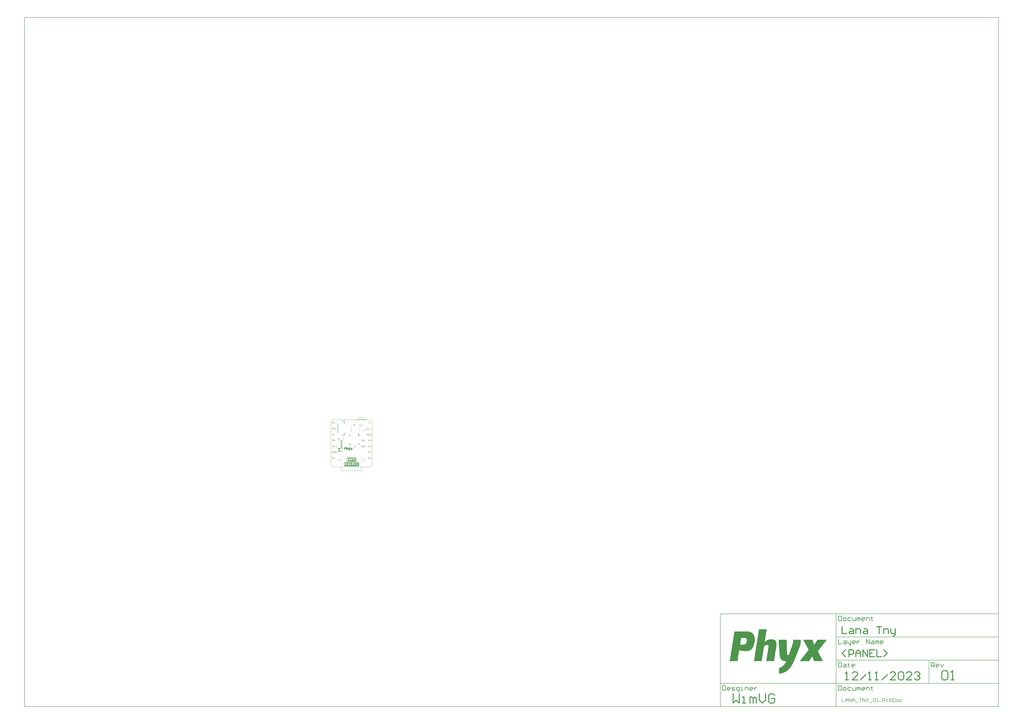
<source format=gto>
G04*
G04 #@! TF.GenerationSoftware,Altium Limited,Altium Designer,23.10.1 (27)*
G04*
G04 Layer_Color=65535*
%FSLAX25Y25*%
%MOIN*%
G70*
G04*
G04 #@! TF.SameCoordinates,194C9E44-5DED-4EF5-99F0-288BDC966464*
G04*
G04*
G04 #@! TF.FilePolarity,Positive*
G04*
G01*
G75*
%ADD10C,0.00984*%
%ADD11C,0.00394*%
%ADD12C,0.00591*%
%ADD13C,0.00787*%
%ADD14C,0.00472*%
%ADD15R,0.00787X0.00591*%
%ADD16C,0.01575*%
G36*
X28007Y33730D02*
Y33704D01*
X28007Y33679D01*
X27982D01*
X27982Y33653D01*
X27982Y33628D01*
X27982Y33602D01*
Y33577D01*
X27981Y33551D01*
X27982Y33526D01*
X27956Y33526D01*
Y33500D01*
X27956Y33475D01*
X27956Y33449D01*
X27956Y33424D01*
X27956Y33398D01*
X27956Y33373D01*
X27931Y33373D01*
X27931Y33347D01*
X27931Y33322D01*
Y33296D01*
X27931Y33271D01*
X27931Y33245D01*
Y33220D01*
Y33194D01*
X27905Y33194D01*
Y33169D01*
X27905Y33143D01*
X27905Y33118D01*
X27905Y33092D01*
X27905Y33067D01*
X27905Y33041D01*
X27880Y33041D01*
X27880Y33016D01*
X27880Y32990D01*
X27880Y32965D01*
Y32939D01*
X27880Y32914D01*
Y32888D01*
X27854Y32888D01*
Y32863D01*
Y32837D01*
X27854Y32812D01*
Y32786D01*
Y32761D01*
X27854Y32735D01*
X27854Y32710D01*
X27829Y32710D01*
X27829Y32684D01*
X27829Y32659D01*
X27829Y32633D01*
X27829Y32608D01*
X27829Y32582D01*
X27829Y32557D01*
X27803Y32557D01*
X27803Y32531D01*
X27803Y32506D01*
Y32480D01*
X27803Y32455D01*
Y32429D01*
X27803Y32404D01*
X27778Y32403D01*
X27778Y32378D01*
X27777Y32353D01*
X27777Y32327D01*
X27778Y32302D01*
X27777Y32276D01*
X27778Y32251D01*
X27752Y32250D01*
X27752Y32225D01*
Y32200D01*
X27752Y32174D01*
X27752Y32149D01*
Y32123D01*
X27752Y32098D01*
X27752Y32072D01*
X27727Y32072D01*
X27727Y32046D01*
X27727Y32021D01*
X27727Y31995D01*
X27727Y31970D01*
X27727Y31945D01*
X27727Y31919D01*
X27701Y31919D01*
Y31894D01*
X27701Y31868D01*
X27752D01*
Y31894D01*
X27778Y31894D01*
X27777Y31919D01*
X27803D01*
X27803Y31945D01*
X27854Y31945D01*
X27854Y31970D01*
X27880Y31970D01*
X27880Y31995D01*
X27905Y31995D01*
X27905Y32021D01*
X27956Y32021D01*
Y32046D01*
X28007Y32046D01*
Y32072D01*
X28033Y32072D01*
Y32098D01*
X28084D01*
X28084Y32123D01*
X28160Y32123D01*
X28160Y32149D01*
X28211D01*
X28211Y32174D01*
X28288Y32174D01*
Y32200D01*
X28415D01*
X28415Y32225D01*
X28976Y32225D01*
X28976Y32200D01*
X29078D01*
X29078Y32174D01*
X29155Y32174D01*
Y32149D01*
X29206Y32149D01*
X29206Y32123D01*
X29231Y32123D01*
X29231Y32098D01*
X29282Y32098D01*
Y32072D01*
X29308Y32072D01*
X29308Y32046D01*
X29333D01*
X29333Y32021D01*
X29359Y32021D01*
X29359Y31995D01*
X29384D01*
X29384Y31970D01*
X29384Y31945D01*
X29410Y31945D01*
Y31919D01*
Y31894D01*
X29435Y31894D01*
Y31868D01*
Y31842D01*
X29435Y31817D01*
X29461D01*
X29461Y31792D01*
X29461Y31766D01*
X29461Y31740D01*
X29461Y31715D01*
X29486Y31715D01*
X29486Y31690D01*
X29486Y31664D01*
Y31639D01*
X29486Y31613D01*
X29486Y31587D01*
Y31562D01*
X29486Y31536D01*
X29486Y31511D01*
X29486Y31486D01*
X29486Y31460D01*
X29486Y31435D01*
Y31409D01*
X29486Y31383D01*
Y31358D01*
X29486Y31332D01*
X29486Y31307D01*
Y31282D01*
X29486Y31256D01*
X29461Y31256D01*
X29461Y31231D01*
Y31205D01*
Y31179D01*
Y31154D01*
X29461Y31128D01*
X29461Y31103D01*
X29461Y31078D01*
X29435Y31078D01*
X29435Y31052D01*
X29435Y31026D01*
X29435Y31001D01*
X29435Y30975D01*
X29435Y30950D01*
Y30924D01*
X29435Y30899D01*
X29410D01*
X29410Y30874D01*
X29410Y30848D01*
X29410Y30822D01*
X29410Y30797D01*
X29410Y30771D01*
X29410Y30746D01*
X29384Y30746D01*
X29384Y30720D01*
Y30695D01*
X29384Y30669D01*
X29384Y30644D01*
X29384Y30618D01*
X29384Y30593D01*
X29359Y30593D01*
X29359Y30567D01*
X29359Y30542D01*
X29359Y30516D01*
Y30491D01*
X29359Y30465D01*
X29359Y30440D01*
X29333D01*
Y30414D01*
X29333Y30389D01*
X29333Y30363D01*
X29333Y30338D01*
X29333Y30312D01*
X29333Y30287D01*
X29333Y30261D01*
X29308Y30261D01*
X29308Y30236D01*
X29308Y30210D01*
X29308Y30185D01*
X29308Y30159D01*
X29308Y30134D01*
Y30108D01*
X29282Y30108D01*
X29282Y30083D01*
X29282Y30057D01*
X29282Y30032D01*
X29282Y30006D01*
X29282Y29981D01*
X29282Y29955D01*
X29257Y29955D01*
X29257Y29930D01*
X29257Y29904D01*
X29257Y29879D01*
X29257Y29853D01*
Y29828D01*
Y29802D01*
X29257Y29777D01*
X29231Y29777D01*
X29231Y29751D01*
X29231Y29726D01*
Y29700D01*
X29231Y29675D01*
Y29649D01*
X29231Y29624D01*
X29206Y29624D01*
X29206Y29598D01*
X29206Y29573D01*
Y29547D01*
X29206Y29522D01*
X29206Y29496D01*
X29206Y29471D01*
X29180Y29471D01*
X29180Y29445D01*
X29180Y29420D01*
X29180Y29394D01*
X29180Y29369D01*
X29180Y29343D01*
X29180Y29318D01*
X29155Y29318D01*
X29155Y29292D01*
X29155Y29267D01*
X29155Y29241D01*
X29155Y29216D01*
X29155Y29190D01*
Y29165D01*
X29155Y29139D01*
X29129Y29139D01*
X29129Y29114D01*
X29129Y29088D01*
Y29063D01*
X29129Y29037D01*
X29129Y29012D01*
X29129Y28986D01*
X29104Y28986D01*
Y28961D01*
X29104Y28935D01*
X27931Y28935D01*
X27931Y28961D01*
X27931Y28986D01*
X27956Y28986D01*
X27956Y29012D01*
X27956Y29037D01*
X27956Y29063D01*
X27956Y29088D01*
Y29114D01*
X27956Y29139D01*
X27982D01*
Y29165D01*
X27981Y29190D01*
X27982Y29216D01*
X27981Y29241D01*
X27982Y29267D01*
X27982Y29292D01*
X27981Y29318D01*
X28007Y29318D01*
X28007Y29343D01*
Y29369D01*
X28007Y29394D01*
X28007Y29420D01*
X28007Y29445D01*
Y29471D01*
X28033D01*
X28033Y29496D01*
Y29522D01*
X28033Y29547D01*
X28033Y29573D01*
Y29598D01*
X28033Y29624D01*
X28058D01*
X28058Y29649D01*
X28058Y29675D01*
X28058Y29700D01*
X28058Y29726D01*
X28058Y29751D01*
X28058Y29777D01*
X28058Y29802D01*
X28084Y29802D01*
X28084Y29828D01*
Y29853D01*
X28084Y29879D01*
Y29904D01*
X28084Y29930D01*
X28084Y29955D01*
X28109Y29955D01*
Y29981D01*
X28109Y30006D01*
X28109Y30032D01*
X28109Y30057D01*
Y30083D01*
X28109Y30108D01*
Y30134D01*
X28135D01*
X28135Y30159D01*
X28135Y30185D01*
Y30210D01*
X28135Y30236D01*
X28135Y30261D01*
X28135Y30287D01*
X28160D01*
Y30312D01*
X28160Y30338D01*
X28160Y30363D01*
X28160Y30389D01*
X28160Y30414D01*
X28160Y30440D01*
X28186D01*
X28186Y30465D01*
X28186Y30491D01*
X28186Y30516D01*
X28186Y30542D01*
X28186Y30567D01*
Y30593D01*
X28211Y30593D01*
X28211Y30618D01*
X28211Y30644D01*
Y30669D01*
X28211Y30695D01*
X28211Y30720D01*
X28211Y30746D01*
Y30771D01*
X28237D01*
X28237Y30797D01*
Y30822D01*
Y30848D01*
X28237Y30874D01*
X28237Y30899D01*
X28237Y30924D01*
X28262Y30924D01*
Y30950D01*
X28262Y30975D01*
X28262Y31001D01*
X28262Y31027D01*
X28262Y31052D01*
X28262Y31078D01*
X28262Y31103D01*
X28288D01*
Y31128D01*
X28288Y31154D01*
Y31179D01*
X28288Y31205D01*
Y31231D01*
Y31256D01*
X28262Y31256D01*
Y31282D01*
X28262Y31307D01*
X28237Y31307D01*
Y31332D01*
X28211Y31332D01*
X28211Y31358D01*
X28160Y31358D01*
X28160Y31383D01*
X28007Y31383D01*
X28007Y31358D01*
X27880Y31358D01*
Y31332D01*
X27803Y31332D01*
Y31307D01*
X27752Y31307D01*
Y31282D01*
X27727D01*
X27727Y31256D01*
X27676Y31256D01*
Y31231D01*
X27650Y31231D01*
X27650Y31205D01*
X27624Y31205D01*
X27624Y31179D01*
X27624Y31154D01*
X27599D01*
X27599Y31128D01*
Y31103D01*
X27599Y31078D01*
X27574D01*
X27573Y31052D01*
X27573Y31027D01*
X27574Y31001D01*
X27574Y30975D01*
X27574Y30950D01*
X27574Y30924D01*
X27548Y30924D01*
X27548Y30899D01*
X27548Y30874D01*
X27548Y30848D01*
Y30823D01*
Y30797D01*
X27548Y30771D01*
X27548Y30746D01*
X27523Y30746D01*
X27523Y30720D01*
Y30695D01*
Y30669D01*
X27523Y30644D01*
Y30619D01*
Y30593D01*
X27497Y30593D01*
Y30567D01*
X27497Y30542D01*
X27497Y30516D01*
Y30491D01*
Y30465D01*
X27497Y30440D01*
X27472Y30440D01*
X27472Y30414D01*
X27472Y30389D01*
X27472Y30363D01*
X27472Y30338D01*
X27472Y30312D01*
Y30287D01*
X27446Y30287D01*
Y30261D01*
Y30236D01*
Y30210D01*
Y30185D01*
X27446Y30159D01*
X27446Y30134D01*
Y30108D01*
X27420Y30108D01*
X27421Y30083D01*
X27420Y30057D01*
X27420Y30032D01*
X27421Y30006D01*
Y29981D01*
X27420Y29955D01*
X27395Y29955D01*
X27395Y29930D01*
X27395Y29904D01*
X27395Y29879D01*
X27395Y29853D01*
X27395Y29828D01*
X27395Y29802D01*
X27369Y29802D01*
X27369Y29777D01*
X27369Y29751D01*
Y29726D01*
X27369Y29700D01*
X27369Y29675D01*
Y29649D01*
X27370Y29624D01*
X27344Y29624D01*
Y29598D01*
Y29573D01*
X27344Y29547D01*
X27344Y29522D01*
X27344Y29496D01*
X27344Y29471D01*
X27319Y29471D01*
X27319Y29445D01*
X27319Y29420D01*
X27319Y29394D01*
X27319Y29369D01*
Y29343D01*
X27319Y29318D01*
X27293Y29318D01*
X27293Y29292D01*
X27293Y29267D01*
X27293Y29241D01*
X27293Y29216D01*
Y29190D01*
X27293Y29165D01*
X27268D01*
X27268Y29139D01*
Y29114D01*
Y29088D01*
Y29063D01*
Y29037D01*
Y29012D01*
X27268Y28986D01*
X27242Y28986D01*
X27242Y28961D01*
X27242Y28935D01*
X26069Y28935D01*
Y28961D01*
X26069Y28986D01*
X26094Y28986D01*
X26094Y29012D01*
X26094Y29037D01*
X26094Y29063D01*
X26094Y29088D01*
X26094Y29114D01*
X26094Y29139D01*
X26094Y29165D01*
X26120D01*
X26120Y29190D01*
X26120Y29216D01*
X26120Y29241D01*
X26120Y29267D01*
Y29292D01*
X26120Y29318D01*
X26145D01*
Y29343D01*
X26145Y29369D01*
X26145Y29394D01*
X26145Y29420D01*
Y29445D01*
Y29471D01*
X26171D01*
X26171Y29496D01*
X26171Y29522D01*
X26171Y29547D01*
X26171Y29573D01*
X26171Y29598D01*
Y29624D01*
X26171Y29649D01*
X26196Y29649D01*
Y29675D01*
X26196Y29700D01*
Y29726D01*
Y29751D01*
X26196Y29777D01*
X26197Y29802D01*
X26222Y29802D01*
X26222Y29828D01*
X26222Y29853D01*
X26222Y29879D01*
X26222Y29904D01*
X26222Y29930D01*
X26222Y29955D01*
X26247D01*
X26248Y29981D01*
X26247Y30006D01*
Y30032D01*
X26248Y30057D01*
X26247Y30083D01*
X26248Y30108D01*
X26273Y30108D01*
X26273Y30134D01*
X26273Y30159D01*
Y30185D01*
X26273Y30210D01*
X26273Y30236D01*
X26273Y30261D01*
X26273Y30287D01*
X26298Y30287D01*
X26298Y30312D01*
X26298Y30338D01*
Y30363D01*
X26298Y30389D01*
X26298Y30414D01*
X26298Y30440D01*
X26324D01*
Y30465D01*
Y30491D01*
Y30516D01*
X26324Y30542D01*
X26324Y30567D01*
X26324Y30593D01*
X26349Y30593D01*
X26349Y30619D01*
X26349Y30644D01*
X26349Y30669D01*
Y30695D01*
X26349Y30720D01*
X26349Y30746D01*
X26349Y30771D01*
X26375D01*
X26375Y30797D01*
Y30823D01*
X26375Y30848D01*
Y30873D01*
Y30899D01*
X26375Y30924D01*
X26401Y30924D01*
Y30950D01*
X26401Y30975D01*
X26401Y31001D01*
X26401Y31027D01*
X26401Y31052D01*
Y31078D01*
X26426D01*
X26426Y31103D01*
X26426Y31128D01*
X26426Y31154D01*
X26426Y31179D01*
Y31205D01*
X26426Y31231D01*
X26452D01*
X26452Y31256D01*
X26452Y31282D01*
X26452Y31307D01*
Y31332D01*
Y31358D01*
Y31383D01*
X26452Y31409D01*
X26477D01*
Y31435D01*
X26477Y31460D01*
Y31486D01*
X26477Y31511D01*
X26477Y31536D01*
X26477Y31562D01*
X26502Y31562D01*
X26502Y31587D01*
Y31613D01*
X26502Y31639D01*
X26502Y31664D01*
X26502Y31690D01*
X26502Y31715D01*
X26528Y31715D01*
X26528Y31740D01*
Y31766D01*
X26528Y31791D01*
X26528Y31817D01*
Y31842D01*
X26528Y31868D01*
X26553D01*
X26553Y31894D01*
X26553Y31919D01*
X26553Y31945D01*
X26553Y31970D01*
X26553Y31995D01*
X26553Y32021D01*
X26553Y32046D01*
X26579Y32047D01*
X26579Y32072D01*
Y32098D01*
X26579Y32123D01*
X26579Y32149D01*
X26579Y32174D01*
Y32199D01*
X26605Y32200D01*
X26605Y32225D01*
X26605Y32250D01*
X26605Y32276D01*
X26605Y32302D01*
X26605Y32327D01*
Y32353D01*
X26630Y32353D01*
X26630Y32378D01*
X26630Y32403D01*
Y32429D01*
Y32455D01*
X26630Y32480D01*
X26630Y32506D01*
X26630Y32531D01*
X26656D01*
X26656Y32557D01*
X26656Y32582D01*
X26656Y32608D01*
X26656Y32633D01*
X26656Y32659D01*
X26656Y32684D01*
X26681Y32684D01*
X26681Y32710D01*
X26681Y32735D01*
Y32761D01*
X26681Y32786D01*
Y32812D01*
Y32837D01*
X26706Y32837D01*
X26706Y32863D01*
Y32888D01*
X26706Y32914D01*
Y32939D01*
X26706Y32965D01*
X26706Y32990D01*
X26732Y32990D01*
Y33016D01*
X26732Y33041D01*
X26732Y33067D01*
X26732Y33092D01*
X26732Y33118D01*
X26732Y33143D01*
X26732Y33169D01*
X26757Y33169D01*
X26757Y33194D01*
X26757Y33220D01*
X26757Y33245D01*
X26757Y33271D01*
X26757Y33296D01*
X26757Y33322D01*
X26783Y33322D01*
X26783Y33347D01*
Y33373D01*
X26783Y33398D01*
X26783Y33424D01*
X26783Y33449D01*
X26783Y33475D01*
X26809Y33475D01*
X26809Y33500D01*
X26809Y33526D01*
X26809Y33551D01*
X26809Y33577D01*
Y33602D01*
X26809Y33628D01*
X26809Y33653D01*
X26834D01*
X26834Y33679D01*
X26834Y33704D01*
X26834Y33730D01*
X28007Y33730D01*
D02*
G37*
G36*
X25227Y33398D02*
X25380D01*
X25380Y33373D01*
X25457Y33373D01*
X25457Y33347D01*
X25533Y33347D01*
X25533Y33322D01*
X25610Y33322D01*
X25610Y33296D01*
X25661Y33296D01*
Y33271D01*
X25686Y33271D01*
X25686Y33245D01*
X25737Y33245D01*
X25737Y33220D01*
X25763Y33220D01*
X25763Y33194D01*
X25814D01*
Y33169D01*
X25839Y33169D01*
X25839Y33143D01*
X25865Y33143D01*
X25865Y33118D01*
X25890Y33118D01*
X25890Y33092D01*
X25916D01*
X25916Y33067D01*
X25941Y33067D01*
X25941Y33041D01*
X25967Y33041D01*
X25967Y33016D01*
Y32990D01*
X25993Y32990D01*
X25992Y32965D01*
X26018D01*
X26018Y32939D01*
X26018Y32914D01*
X26043Y32914D01*
X26043Y32888D01*
X26069Y32888D01*
X26069Y32863D01*
Y32837D01*
X26094Y32837D01*
X26094Y32812D01*
X26094Y32786D01*
X26094Y32761D01*
X26120Y32761D01*
X26120Y32735D01*
X26120Y32710D01*
X26120Y32684D01*
X26145D01*
X26145Y32659D01*
X26145Y32633D01*
X26145Y32608D01*
Y32582D01*
X26171Y32582D01*
Y32557D01*
X26171Y32531D01*
X26171Y32506D01*
X26171Y32480D01*
X26171Y32455D01*
X26196Y32455D01*
X26196Y32429D01*
X26196Y32404D01*
Y32378D01*
X26196Y32353D01*
Y32327D01*
X26196Y32302D01*
X26196Y32276D01*
X26196Y32250D01*
X26196Y32225D01*
Y32199D01*
X26196Y32174D01*
X26196Y32149D01*
Y32123D01*
X26196Y32098D01*
X26196Y32072D01*
X26196Y32046D01*
X26196Y32021D01*
Y31995D01*
Y31970D01*
X26196Y31945D01*
X26171Y31945D01*
X26171Y31919D01*
X26171Y31894D01*
X26171Y31868D01*
X26171Y31842D01*
X26171Y31817D01*
X26171Y31791D01*
X26171Y31766D01*
X26145Y31766D01*
X26145Y31740D01*
Y31715D01*
X26145Y31690D01*
X26145Y31664D01*
X26145Y31639D01*
X26120Y31639D01*
X26120Y31613D01*
X26120Y31587D01*
X26120Y31562D01*
X26120Y31536D01*
X26120Y31511D01*
X26094Y31511D01*
Y31486D01*
X26094Y31460D01*
X26094Y31435D01*
X26069Y31435D01*
X26069Y31409D01*
X26069Y31383D01*
Y31358D01*
X26069Y31332D01*
X26043Y31332D01*
Y31307D01*
X26043Y31282D01*
Y31256D01*
X26018Y31256D01*
X26018Y31231D01*
X26018Y31205D01*
X25992Y31205D01*
X25992Y31179D01*
X25992Y31154D01*
X25992Y31128D01*
X25967Y31128D01*
X25967Y31103D01*
X25967Y31078D01*
X25941Y31078D01*
X25941Y31052D01*
X25941Y31027D01*
X25916Y31027D01*
Y31001D01*
Y30975D01*
X25890D01*
X25890Y30950D01*
X25865Y30950D01*
X25865Y30924D01*
X25865Y30899D01*
X25839D01*
X25839Y30874D01*
X25814Y30874D01*
X25814Y30848D01*
X25788Y30848D01*
X25788Y30823D01*
X25788Y30797D01*
X25763Y30797D01*
X25763Y30771D01*
X25737D01*
X25737Y30746D01*
X25712Y30746D01*
X25712Y30720D01*
X25686Y30720D01*
X25686Y30695D01*
X25661Y30695D01*
X25661Y30669D01*
X25610Y30670D01*
X25610Y30644D01*
X25584Y30644D01*
X25584Y30619D01*
X25533Y30619D01*
X25533Y30593D01*
X25508D01*
X25508Y30567D01*
X25457Y30567D01*
X25457Y30542D01*
X25380Y30542D01*
X25380Y30516D01*
X25304Y30516D01*
Y30491D01*
X25227Y30491D01*
X25227Y30465D01*
X25074D01*
Y30440D01*
X24615Y30440D01*
Y30465D01*
X24386D01*
X24386Y30491D01*
X24207D01*
X24207Y30516D01*
X24080Y30516D01*
X24080Y30542D01*
X23952Y30542D01*
X23952Y30567D01*
X23825Y30567D01*
X23825Y30542D01*
Y30516D01*
X23825Y30491D01*
X23825Y30465D01*
Y30440D01*
X23825Y30414D01*
X23825Y30389D01*
X23799Y30389D01*
Y30363D01*
X23799Y30338D01*
Y30312D01*
X23799Y30287D01*
Y30261D01*
X23799Y30236D01*
X23774Y30236D01*
X23774Y30210D01*
Y30185D01*
Y30159D01*
Y30134D01*
X23774Y30108D01*
Y30083D01*
X23748Y30083D01*
X23748Y30057D01*
X23748Y30032D01*
X23748Y30006D01*
X23748Y29981D01*
X23748Y29955D01*
X23748Y29930D01*
X23748Y29904D01*
X23723D01*
X23723Y29879D01*
X23723Y29853D01*
X23723Y29828D01*
Y29802D01*
Y29777D01*
X23723Y29751D01*
X23697Y29751D01*
Y29726D01*
X23697Y29700D01*
X23697Y29675D01*
Y29649D01*
Y29624D01*
Y29598D01*
X23672D01*
Y29573D01*
X23672Y29547D01*
X23672Y29522D01*
X23672Y29496D01*
X23672Y29471D01*
X23672Y29445D01*
Y29420D01*
X23646Y29420D01*
Y29394D01*
X23646Y29369D01*
X23646Y29343D01*
Y29318D01*
X23646Y29292D01*
X23646Y29267D01*
X23621Y29267D01*
X23621Y29241D01*
X23621Y29216D01*
X23621Y29190D01*
X23621Y29165D01*
X23621Y29139D01*
X23621Y29114D01*
X23595Y29114D01*
X23595Y29088D01*
Y29063D01*
Y29037D01*
X23595Y29012D01*
X23595Y28986D01*
X23595Y28961D01*
Y28935D01*
X22397Y28935D01*
Y28961D01*
X22422Y28961D01*
X22422Y28986D01*
X22422Y29012D01*
X22422Y29037D01*
X22422Y29063D01*
X22422Y29088D01*
X22448Y29088D01*
Y29114D01*
X22448Y29139D01*
X22448Y29165D01*
X22448Y29190D01*
X22448Y29216D01*
X22448Y29241D01*
X22448Y29267D01*
X22473D01*
X22473Y29292D01*
X22473Y29318D01*
Y29343D01*
X22473Y29369D01*
X22473Y29394D01*
X22473Y29420D01*
X22499Y29420D01*
X22499Y29445D01*
X22499Y29471D01*
X22499Y29496D01*
X22499Y29522D01*
X22499Y29547D01*
X22499Y29573D01*
X22524Y29573D01*
X22524Y29598D01*
Y29624D01*
X22524Y29649D01*
Y29675D01*
X22524Y29700D01*
Y29726D01*
X22524Y29751D01*
X22550Y29751D01*
X22550Y29777D01*
X22550Y29802D01*
X22550Y29828D01*
Y29853D01*
Y29879D01*
X22550Y29904D01*
X22575D01*
X22575Y29930D01*
X22575Y29955D01*
Y29981D01*
X22575Y30006D01*
Y30032D01*
X22575Y30057D01*
X22601Y30057D01*
Y30083D01*
X22601Y30108D01*
X22601Y30134D01*
X22601Y30159D01*
X22601Y30185D01*
X22601Y30210D01*
X22626Y30210D01*
X22626Y30236D01*
X22626Y30261D01*
X22626Y30287D01*
X22626Y30312D01*
Y30338D01*
X22626Y30363D01*
X22626Y30389D01*
X22652Y30389D01*
Y30414D01*
Y30440D01*
Y30465D01*
Y30491D01*
X22652Y30516D01*
Y30542D01*
X22677Y30542D01*
X22677Y30567D01*
X22677Y30593D01*
X22677Y30618D01*
X22677Y30644D01*
X22677Y30669D01*
X22677Y30695D01*
X22703D01*
Y30720D01*
X22703Y30746D01*
X22703Y30771D01*
X22703Y30797D01*
X22703Y30822D01*
X22703Y30848D01*
X22728Y30848D01*
X22728Y30873D01*
X22728Y30899D01*
X22728Y30924D01*
X22728Y30950D01*
X22728Y30975D01*
Y31001D01*
X22728Y31027D01*
X22754D01*
X22754Y31052D01*
X22754Y31078D01*
X22754Y31103D01*
X22754Y31128D01*
X22754Y31154D01*
X22754Y31179D01*
X22779Y31179D01*
X22779Y31205D01*
X22779Y31231D01*
X22779Y31256D01*
X22779Y31282D01*
X22779Y31307D01*
X22779Y31332D01*
X22805D01*
Y31358D01*
Y31383D01*
Y31409D01*
X22805Y31435D01*
X22805Y31460D01*
Y31486D01*
X22805Y31511D01*
X22830D01*
X22830Y31536D01*
X22830Y31562D01*
X22830Y31587D01*
X22830Y31613D01*
X22830Y31639D01*
X22830Y31664D01*
X22856Y31664D01*
X22856Y31690D01*
X22856Y31715D01*
X22856Y31740D01*
X22856Y31766D01*
X22856Y31791D01*
Y31817D01*
X22881Y31817D01*
Y31842D01*
X22881Y31868D01*
X22881Y31894D01*
Y31919D01*
Y31945D01*
X22881Y31970D01*
X22907Y31970D01*
X22907Y31995D01*
Y32021D01*
X22907Y32046D01*
Y32072D01*
X22907Y32098D01*
Y32123D01*
X22907Y32149D01*
X22932D01*
Y32174D01*
Y32200D01*
X22932Y32225D01*
X22932Y32250D01*
X22932Y32276D01*
X22932Y32302D01*
X22958D01*
Y32327D01*
X22958Y32353D01*
X22958Y32378D01*
X22958Y32404D01*
X22958Y32429D01*
X22958Y32455D01*
X22983D01*
X22983Y32480D01*
X22983Y32506D01*
Y32531D01*
X22983Y32557D01*
Y32582D01*
X22983Y32608D01*
X22983Y32633D01*
X23009Y32633D01*
X23009Y32659D01*
Y32684D01*
X23009Y32710D01*
X23009Y32735D01*
X23009Y32761D01*
X23009Y32786D01*
X23034Y32786D01*
Y32812D01*
Y32837D01*
X23034Y32863D01*
X23034Y32888D01*
X23034Y32914D01*
X23034Y32939D01*
X23060D01*
X23060Y32965D01*
X23060Y32990D01*
Y33016D01*
X23060Y33041D01*
Y33067D01*
X23060Y33092D01*
X23060Y33118D01*
X23085D01*
X23085Y33143D01*
X23085Y33169D01*
X23085Y33194D01*
X23085Y33220D01*
Y33245D01*
Y33271D01*
X23111Y33271D01*
Y33296D01*
X23111Y33322D01*
X23111Y33347D01*
X23111Y33373D01*
Y33398D01*
Y33424D01*
X25227D01*
X25227Y33398D01*
D02*
G37*
G36*
X34918Y32149D02*
X34944D01*
Y32123D01*
Y32098D01*
X34944Y32072D01*
X34969Y32072D01*
X34969Y32046D01*
X34969Y32021D01*
X34969Y31995D01*
X34995Y31995D01*
Y31970D01*
Y31945D01*
X34995Y31919D01*
X35020Y31919D01*
X35020Y31894D01*
X35020Y31868D01*
X35020Y31842D01*
X35046D01*
X35046Y31817D01*
X35046Y31791D01*
Y31766D01*
X35071Y31766D01*
Y31740D01*
X35071Y31715D01*
X35071Y31690D01*
X35097D01*
X35097Y31664D01*
X35097Y31639D01*
X35097Y31613D01*
X35122Y31613D01*
X35122Y31587D01*
Y31562D01*
X35122Y31536D01*
X35148D01*
Y31511D01*
X35148Y31486D01*
Y31460D01*
X35148Y31435D01*
X35199Y31435D01*
Y31460D01*
X35224Y31460D01*
X35224Y31486D01*
X35250Y31486D01*
X35250Y31511D01*
X35250Y31536D01*
X35275Y31536D01*
Y31562D01*
X35301Y31562D01*
X35301Y31587D01*
X35301Y31613D01*
X35326D01*
X35326Y31639D01*
X35352Y31639D01*
Y31664D01*
X35352Y31690D01*
X35377D01*
X35377Y31715D01*
X35403Y31715D01*
X35403Y31740D01*
X35403Y31766D01*
X35428Y31766D01*
X35428Y31791D01*
X35454Y31791D01*
Y31817D01*
Y31842D01*
X35479Y31842D01*
X35479Y31868D01*
X35505Y31868D01*
X35505Y31894D01*
Y31919D01*
X35530D01*
X35530Y31945D01*
X35556Y31945D01*
X35556Y31970D01*
X35556Y31995D01*
X35581Y31995D01*
Y32021D01*
X35607D01*
Y32046D01*
Y32072D01*
X35632Y32072D01*
X35632Y32098D01*
X35658Y32098D01*
X35658Y32123D01*
X35658Y32149D01*
X35683D01*
Y32174D01*
X37086D01*
X37086Y32149D01*
X37060Y32149D01*
X37060Y32123D01*
X37035Y32123D01*
X37035Y32098D01*
X37035Y32072D01*
X37009Y32072D01*
X37009Y32047D01*
X36984Y32046D01*
Y32021D01*
X36958Y32021D01*
X36958Y31995D01*
Y31970D01*
X36933Y31970D01*
Y31945D01*
X36907Y31945D01*
X36907Y31919D01*
X36882Y31919D01*
X36882Y31894D01*
X36856D01*
X36856Y31868D01*
X36856Y31842D01*
X36831D01*
X36831Y31817D01*
X36805D01*
X36805Y31791D01*
X36780Y31791D01*
X36780Y31766D01*
X36780Y31740D01*
X36754Y31740D01*
X36754Y31715D01*
X36729Y31715D01*
Y31690D01*
X36703Y31690D01*
X36703Y31664D01*
X36678Y31664D01*
X36678Y31639D01*
X36678Y31613D01*
X36652Y31613D01*
X36652Y31587D01*
X36627Y31587D01*
Y31562D01*
X36601D01*
X36601Y31536D01*
X36601Y31511D01*
X36576D01*
X36576Y31486D01*
X36550D01*
Y31460D01*
X36525Y31460D01*
X36525Y31435D01*
X36525Y31409D01*
X36499Y31409D01*
X36499Y31383D01*
X36474Y31383D01*
X36474Y31358D01*
X36448Y31358D01*
X36448Y31332D01*
X36423Y31332D01*
Y31307D01*
Y31282D01*
X36397Y31282D01*
X36397Y31256D01*
X36372D01*
X36372Y31231D01*
X36346D01*
X36346Y31205D01*
X36346Y31179D01*
X36321Y31179D01*
X36321Y31154D01*
X36295Y31154D01*
Y31128D01*
X36270Y31128D01*
X36270Y31103D01*
X36270Y31078D01*
X36244Y31078D01*
Y31052D01*
X36219Y31052D01*
X36219Y31027D01*
X36193D01*
X36193Y31001D01*
X36168Y31001D01*
X36168Y30975D01*
X36168Y30950D01*
X36142Y30950D01*
X36142Y30924D01*
X36117Y30924D01*
Y30899D01*
X36091D01*
Y30874D01*
Y30848D01*
X36066D01*
Y30823D01*
X36040D01*
X36040Y30797D01*
X36015Y30797D01*
X36015Y30771D01*
Y30746D01*
X35989D01*
X35989Y30720D01*
X35964Y30720D01*
Y30695D01*
X35938Y30695D01*
X35938Y30669D01*
X35913D01*
Y30644D01*
X35913Y30618D01*
X35887Y30619D01*
X35887Y30593D01*
X35862Y30593D01*
X35862Y30567D01*
X35836Y30567D01*
X35836Y30542D01*
X35836Y30516D01*
X35811Y30516D01*
Y30491D01*
X35785Y30491D01*
X35785Y30465D01*
X35760Y30465D01*
X35760Y30440D01*
X35734Y30440D01*
X35734Y30414D01*
X35734Y30389D01*
X35760Y30389D01*
X35760Y30363D01*
X35760Y30338D01*
X35785Y30338D01*
X35785Y30312D01*
X35785Y30287D01*
X35811Y30287D01*
X35811Y30261D01*
X35836D01*
Y30236D01*
Y30210D01*
X35862Y30210D01*
X35862Y30185D01*
X35862Y30159D01*
X35887Y30159D01*
Y30134D01*
Y30108D01*
X35913Y30108D01*
X35913Y30083D01*
X35913Y30057D01*
X35938Y30057D01*
X35938Y30032D01*
Y30006D01*
X35964Y30006D01*
X35964Y29981D01*
X35964Y29955D01*
X35989Y29955D01*
Y29930D01*
X35989Y29904D01*
X36015Y29904D01*
Y29879D01*
X36015Y29853D01*
X36040Y29853D01*
X36040Y29828D01*
X36066Y29828D01*
X36066Y29802D01*
Y29777D01*
X36091Y29777D01*
Y29751D01*
Y29726D01*
X36117Y29726D01*
X36117Y29700D01*
X36117Y29675D01*
X36142D01*
X36142Y29649D01*
Y29624D01*
X36168Y29624D01*
X36168Y29598D01*
X36168Y29573D01*
X36193Y29573D01*
X36193Y29547D01*
X36193Y29522D01*
X36219Y29522D01*
X36219Y29496D01*
X36219Y29471D01*
X36244Y29471D01*
X36244Y29445D01*
X36270D01*
X36270Y29420D01*
X36270Y29394D01*
X36295Y29394D01*
Y29369D01*
Y29343D01*
X36321Y29343D01*
X36321Y29318D01*
X36321Y29292D01*
X36346Y29292D01*
X36346Y29267D01*
X36346Y29241D01*
X36372Y29241D01*
Y29216D01*
X36372Y29190D01*
X36397Y29190D01*
X36397Y29165D01*
X36397Y29139D01*
X36423D01*
X36423Y29114D01*
X36423Y29088D01*
X36448Y29088D01*
X36448Y29063D01*
X36474Y29063D01*
X36474Y29037D01*
Y29012D01*
X36499Y29012D01*
Y28986D01*
X36499Y28961D01*
X36525Y28961D01*
X36525Y28935D01*
X35173Y28935D01*
Y28961D01*
X35148D01*
Y28986D01*
Y29012D01*
Y29037D01*
X35122Y29037D01*
Y29063D01*
X35122Y29088D01*
X35122Y29114D01*
X35097Y29114D01*
X35097Y29139D01*
X35097Y29165D01*
X35071D01*
Y29190D01*
Y29216D01*
X35071Y29241D01*
X35046D01*
X35046Y29267D01*
Y29292D01*
X35046Y29318D01*
X35020Y29318D01*
Y29343D01*
Y29369D01*
X34995D01*
X34995Y29394D01*
X34995Y29420D01*
Y29445D01*
X34969Y29445D01*
Y29471D01*
X34969Y29496D01*
X34969Y29522D01*
X34944Y29522D01*
X34944Y29547D01*
X34944Y29573D01*
X34944Y29598D01*
X34918Y29598D01*
Y29624D01*
X34867D01*
X34867Y29598D01*
Y29573D01*
X34842Y29573D01*
Y29547D01*
X34816Y29547D01*
Y29522D01*
X34816Y29496D01*
X34791Y29496D01*
X34791Y29471D01*
X34765Y29471D01*
X34765Y29445D01*
X34765Y29420D01*
X34740Y29420D01*
Y29394D01*
X34714Y29394D01*
X34714Y29369D01*
Y29343D01*
X34688Y29343D01*
X34688Y29318D01*
X34663Y29318D01*
X34663Y29292D01*
X34637Y29292D01*
X34638Y29267D01*
Y29241D01*
X34612Y29241D01*
X34612Y29216D01*
X34587Y29216D01*
Y29190D01*
X34587Y29165D01*
X34561D01*
Y29139D01*
X34536Y29139D01*
X34536Y29114D01*
X34536Y29088D01*
X34510Y29088D01*
X34510Y29063D01*
X34484Y29063D01*
X34484Y29037D01*
Y29012D01*
X34459Y29012D01*
X34459Y28986D01*
X34433Y28986D01*
X34433Y28961D01*
Y28935D01*
X33005Y28935D01*
X33005Y28961D01*
X33031Y28961D01*
X33031Y28986D01*
X33056D01*
X33056Y29012D01*
X33082D01*
Y29037D01*
X33107Y29037D01*
Y29063D01*
Y29088D01*
X33133Y29088D01*
X33133Y29114D01*
X33158D01*
X33158Y29139D01*
X33184Y29139D01*
X33184Y29165D01*
X33209D01*
X33209Y29190D01*
Y29216D01*
X33235Y29216D01*
X33235Y29241D01*
X33261Y29241D01*
X33260Y29267D01*
X33286Y29267D01*
Y29292D01*
X33286Y29318D01*
X33312Y29318D01*
Y29343D01*
X33337Y29343D01*
X33337Y29369D01*
X33362Y29369D01*
X33362Y29394D01*
X33388D01*
X33388Y29420D01*
Y29445D01*
X33413Y29445D01*
Y29471D01*
X33439Y29471D01*
Y29496D01*
X33465Y29496D01*
X33465Y29522D01*
X33490Y29522D01*
X33490Y29547D01*
X33490Y29573D01*
X33516Y29573D01*
X33515Y29598D01*
X33541Y29598D01*
X33541Y29624D01*
X33566D01*
Y29649D01*
Y29675D01*
X33592D01*
X33592Y29700D01*
X33617Y29700D01*
Y29726D01*
X33643Y29726D01*
Y29751D01*
X33669Y29751D01*
X33669Y29777D01*
Y29802D01*
X33694D01*
X33694Y29828D01*
X33720Y29828D01*
X33720Y29853D01*
X33745Y29853D01*
X33745Y29879D01*
X33745Y29904D01*
X33770Y29904D01*
Y29930D01*
X33796Y29930D01*
X33796Y29955D01*
X33821Y29955D01*
Y29981D01*
X33847D01*
Y30006D01*
X33847Y30032D01*
X33873Y30032D01*
X33873Y30057D01*
X33898Y30057D01*
X33898Y30083D01*
X33924Y30083D01*
X33924Y30108D01*
X33924Y30134D01*
X33949Y30134D01*
X33949Y30159D01*
X33974D01*
X33974Y30185D01*
X34000Y30185D01*
X34000Y30210D01*
X34025D01*
X34025Y30236D01*
X34025Y30261D01*
X34051Y30261D01*
X34051Y30287D01*
X34076Y30287D01*
X34076Y30312D01*
X34102Y30312D01*
X34102Y30338D01*
X34128Y30338D01*
Y30363D01*
X34128Y30389D01*
X34153D01*
X34153Y30414D01*
X34179D01*
X34179Y30440D01*
X34204Y30440D01*
Y30465D01*
Y30491D01*
X34229D01*
X34229Y30516D01*
X34255Y30516D01*
Y30542D01*
X34280Y30542D01*
Y30567D01*
X34306Y30567D01*
Y30593D01*
Y30618D01*
X34332Y30619D01*
X34332Y30644D01*
Y30669D01*
X34332Y30695D01*
X34306Y30695D01*
X34306Y30720D01*
X34280Y30720D01*
X34280Y30746D01*
Y30771D01*
X34255Y30771D01*
X34255Y30797D01*
X34255Y30822D01*
X34229Y30822D01*
Y30848D01*
Y30874D01*
X34204D01*
Y30899D01*
X34204Y30924D01*
X34179Y30924D01*
X34179Y30950D01*
X34179Y30975D01*
X34153Y30975D01*
X34153Y31001D01*
X34153Y31026D01*
X34128Y31027D01*
X34128Y31052D01*
X34102Y31052D01*
X34102Y31078D01*
X34102Y31103D01*
X34076Y31103D01*
X34076Y31128D01*
Y31154D01*
X34051D01*
Y31179D01*
X34051Y31205D01*
X34025Y31205D01*
X34025Y31231D01*
Y31256D01*
X34000Y31256D01*
X34000Y31282D01*
X34000Y31307D01*
X33974D01*
Y31332D01*
X33974Y31358D01*
X33949Y31358D01*
X33949Y31383D01*
X33924Y31383D01*
X33924Y31409D01*
Y31435D01*
X33898Y31435D01*
Y31460D01*
Y31486D01*
X33873Y31486D01*
X33873Y31511D01*
Y31536D01*
X33847Y31536D01*
X33847Y31562D01*
X33847Y31587D01*
X33821Y31587D01*
X33821Y31613D01*
Y31639D01*
X33796D01*
X33796Y31664D01*
X33796Y31690D01*
X33770Y31690D01*
X33770Y31715D01*
Y31740D01*
X33745Y31740D01*
X33745Y31766D01*
X33720Y31766D01*
X33720Y31791D01*
X33720Y31817D01*
X33694Y31817D01*
Y31842D01*
Y31868D01*
X33669Y31868D01*
X33669Y31894D01*
X33669Y31919D01*
X33643D01*
X33643Y31945D01*
X33643Y31970D01*
X33617Y31970D01*
X33617Y31995D01*
X33617Y32021D01*
X33592Y32021D01*
X33592Y32047D01*
Y32072D01*
X33566Y32072D01*
X33566Y32098D01*
X33541D01*
X33541Y32123D01*
X33541Y32149D01*
X33516Y32149D01*
X33516Y32174D01*
X34918Y32174D01*
X34918Y32149D01*
D02*
G37*
G36*
X33158D02*
X33158Y32123D01*
X33158Y32098D01*
X33158Y32072D01*
X33158Y32047D01*
X33158Y32021D01*
X33158Y31995D01*
Y31970D01*
X33158Y31945D01*
X33158Y31919D01*
X33158Y31894D01*
X33158Y31868D01*
X33158Y31842D01*
X33158Y31817D01*
X33158Y31791D01*
X33158Y31766D01*
Y31740D01*
X33158Y31715D01*
X33158Y31690D01*
Y31664D01*
X33158Y31639D01*
X33133D01*
X33133Y31613D01*
Y31587D01*
Y31562D01*
X33133Y31536D01*
X33133Y31511D01*
X33107Y31511D01*
X33107Y31486D01*
X33107Y31460D01*
Y31435D01*
Y31409D01*
X33082Y31409D01*
X33082Y31383D01*
X33082Y31358D01*
X33082Y31332D01*
X33082Y31307D01*
X33056Y31307D01*
Y31282D01*
Y31256D01*
X33057Y31231D01*
X33031Y31231D01*
X33031Y31205D01*
X33031Y31179D01*
X33031Y31154D01*
X33005Y31154D01*
Y31128D01*
X33005Y31103D01*
X33005Y31078D01*
X32980Y31078D01*
X32980Y31052D01*
X32980Y31027D01*
Y31001D01*
X32954Y31001D01*
X32954Y30975D01*
X32954Y30950D01*
X32929D01*
X32929Y30924D01*
X32929Y30899D01*
X32903D01*
X32903Y30874D01*
X32903Y30848D01*
X32903Y30823D01*
X32878Y30822D01*
X32878Y30797D01*
X32878Y30771D01*
X32852Y30771D01*
X32852Y30746D01*
X32852Y30720D01*
X32852Y30695D01*
X32827D01*
X32827Y30669D01*
Y30644D01*
X32801Y30644D01*
Y30618D01*
X32801Y30593D01*
X32801Y30567D01*
X32776D01*
X32776Y30542D01*
X32776Y30516D01*
X32750Y30516D01*
X32750Y30491D01*
Y30465D01*
Y30440D01*
X32725D01*
X32725Y30414D01*
Y30389D01*
X32699Y30389D01*
X32699Y30363D01*
Y30338D01*
Y30312D01*
X32674Y30312D01*
X32674Y30287D01*
X32674Y30261D01*
X32648D01*
X32648Y30236D01*
X32648Y30210D01*
X32648Y30185D01*
X32623Y30185D01*
X32623Y30159D01*
Y30134D01*
X32597D01*
Y30108D01*
X32597Y30083D01*
X32597Y30057D01*
X32572Y30057D01*
X32572Y30032D01*
X32572Y30006D01*
X32546Y30006D01*
X32546Y29981D01*
Y29955D01*
X32546Y29930D01*
X32521Y29930D01*
X32521Y29904D01*
X32521Y29879D01*
X32495D01*
X32495Y29853D01*
Y29828D01*
Y29802D01*
X32470D01*
X32470Y29777D01*
Y29751D01*
X32444D01*
X32444Y29726D01*
X32444Y29700D01*
Y29675D01*
X32419Y29675D01*
Y29649D01*
X32419Y29624D01*
X32393Y29624D01*
X32393Y29598D01*
X32393Y29573D01*
X32393Y29547D01*
X32368Y29547D01*
X32368Y29522D01*
X32368Y29496D01*
X32342Y29496D01*
X32342Y29471D01*
Y29445D01*
X32342Y29420D01*
X32317D01*
Y29394D01*
Y29369D01*
X32291D01*
X32291Y29343D01*
X32291Y29318D01*
X32291Y29292D01*
X32266Y29292D01*
X32266Y29267D01*
X32266Y29241D01*
X32240Y29241D01*
X32240Y29216D01*
X32240Y29190D01*
X32240Y29165D01*
X32215Y29165D01*
Y29139D01*
Y29114D01*
X32189D01*
Y29088D01*
X32189Y29063D01*
X32189Y29037D01*
X32164D01*
X32164Y29012D01*
X32164Y28986D01*
X32138D01*
X32138Y28961D01*
X32138Y28935D01*
X32138Y28910D01*
X32113D01*
X32113Y28884D01*
X32113Y28859D01*
X32087Y28859D01*
X32087Y28833D01*
X32087Y28808D01*
X32062Y28808D01*
X32062Y28782D01*
X32062Y28757D01*
X32036Y28757D01*
X32036Y28731D01*
X32036Y28706D01*
X32036Y28680D01*
X32011Y28680D01*
X32011Y28655D01*
X31985D01*
X31985Y28629D01*
Y28604D01*
Y28578D01*
X31960Y28578D01*
X31960Y28553D01*
X31934D01*
X31934Y28527D01*
Y28502D01*
X31909Y28502D01*
X31909Y28476D01*
X31909Y28451D01*
X31883Y28451D01*
X31883Y28425D01*
X31883Y28400D01*
X31858D01*
Y28374D01*
X31858Y28349D01*
X31832D01*
X31832Y28323D01*
X31807Y28323D01*
X31807Y28298D01*
X31807Y28272D01*
X31781D01*
X31781Y28247D01*
X31781Y28221D01*
X31756Y28221D01*
X31756Y28196D01*
X31730Y28196D01*
X31730Y28170D01*
X31705Y28170D01*
X31705Y28145D01*
Y28119D01*
X31679Y28119D01*
X31679Y28094D01*
X31654Y28094D01*
X31654Y28068D01*
X31654Y28043D01*
X31628Y28043D01*
X31628Y28017D01*
X31603D01*
X31603Y27992D01*
X31577D01*
X31577Y27966D01*
X31577Y27941D01*
X31552Y27941D01*
X31552Y27915D01*
X31526Y27915D01*
X31526Y27890D01*
X31501Y27890D01*
Y27864D01*
X31475Y27864D01*
X31475Y27839D01*
X31450Y27839D01*
X31450Y27813D01*
X31450Y27788D01*
X31424Y27788D01*
Y27762D01*
X31399D01*
X31399Y27737D01*
X31373Y27737D01*
X31373Y27711D01*
X31348Y27711D01*
X31348Y27686D01*
X31322Y27686D01*
X31322Y27660D01*
X31297Y27660D01*
X31297Y27635D01*
X31271Y27635D01*
Y27609D01*
X31220Y27609D01*
X31220Y27584D01*
X31195Y27584D01*
X31195Y27558D01*
X31169Y27558D01*
X31169Y27533D01*
X31144D01*
X31144Y27507D01*
X31118D01*
X31118Y27482D01*
X31067Y27482D01*
X31067Y27456D01*
X31042D01*
Y27431D01*
X30991Y27431D01*
X30991Y27405D01*
X30965Y27405D01*
X30965Y27380D01*
X30914Y27380D01*
X30914Y27354D01*
X30889Y27354D01*
X30889Y27329D01*
X30838D01*
X30838Y27303D01*
X30787Y27303D01*
Y27278D01*
X30736Y27278D01*
Y27252D01*
X30685Y27252D01*
X30685Y27227D01*
X30634Y27227D01*
X30634Y27201D01*
X30557Y27201D01*
X30557Y27176D01*
X30506Y27176D01*
X30506Y27150D01*
X30430D01*
X30430Y27125D01*
X30328D01*
X30328Y27099D01*
X30226Y27099D01*
X30226Y27074D01*
X30073Y27074D01*
Y27048D01*
X29894D01*
Y27023D01*
X29869Y27023D01*
X29869Y27048D01*
X29869Y27074D01*
Y27099D01*
Y27125D01*
X29869Y27150D01*
X29869Y27176D01*
X29869Y27201D01*
X29869Y27227D01*
Y27252D01*
X29869Y27278D01*
X29869Y27303D01*
X29869Y27329D01*
Y27354D01*
X29869Y27380D01*
X29869Y27405D01*
Y27431D01*
X29869Y27456D01*
X29869Y27482D01*
Y27507D01*
Y27533D01*
Y27558D01*
Y27584D01*
X29869Y27609D01*
X29869Y27635D01*
Y27660D01*
Y27686D01*
Y27711D01*
X29869Y27737D01*
X29869Y27762D01*
Y27788D01*
X29869Y27813D01*
X29869Y27839D01*
X29869Y27864D01*
X29920D01*
Y27890D01*
X29971Y27890D01*
X29971Y27915D01*
X30022D01*
X30022Y27941D01*
X30073Y27941D01*
Y27966D01*
X30124Y27966D01*
Y27992D01*
X30175Y27992D01*
X30175Y28017D01*
X30200D01*
Y28043D01*
X30251D01*
Y28068D01*
X30277Y28068D01*
X30277Y28094D01*
X30328Y28094D01*
X30328Y28119D01*
X30353Y28119D01*
X30353Y28145D01*
X30379Y28145D01*
X30379Y28170D01*
X30430Y28170D01*
Y28196D01*
X30455Y28196D01*
X30455Y28221D01*
X30481Y28221D01*
Y28247D01*
X30506Y28247D01*
X30506Y28272D01*
X30532D01*
X30532Y28298D01*
X30557Y28298D01*
X30557Y28323D01*
X30583Y28323D01*
X30583Y28349D01*
X30608Y28349D01*
X30608Y28374D01*
X30634Y28374D01*
Y28400D01*
X30659Y28400D01*
X30659Y28425D01*
X30685Y28425D01*
Y28451D01*
X30710D01*
X30710Y28476D01*
X30710Y28502D01*
X30736Y28502D01*
X30736Y28527D01*
X30761Y28527D01*
X30761Y28553D01*
X30787Y28553D01*
X30787Y28578D01*
Y28604D01*
X30812D01*
Y28629D01*
X30838Y28629D01*
X30838Y28655D01*
X30838Y28680D01*
X30863D01*
X30863Y28706D01*
X30863Y28731D01*
X30889Y28731D01*
Y28757D01*
X30914Y28757D01*
Y28782D01*
Y28808D01*
X30940Y28808D01*
X30940Y28833D01*
X30940Y28859D01*
X30965Y28859D01*
X30965Y28884D01*
X30965Y28910D01*
X30812Y28910D01*
X30812Y28935D01*
X30634Y28935D01*
X30634Y28961D01*
X30532Y28961D01*
Y28986D01*
X30481Y28986D01*
X30481Y29012D01*
X30404Y29012D01*
X30404Y29037D01*
X30353D01*
X30353Y29063D01*
X30328D01*
X30328Y29088D01*
X30277Y29088D01*
X30277Y29114D01*
X30251Y29114D01*
X30251Y29139D01*
X30226Y29139D01*
X30226Y29165D01*
X30200Y29165D01*
Y29190D01*
X30175D01*
X30175Y29216D01*
X30149Y29216D01*
X30149Y29241D01*
X30149Y29267D01*
X30124Y29267D01*
X30124Y29292D01*
X30098Y29292D01*
X30098Y29318D01*
X30098Y29343D01*
X30073D01*
X30073Y29369D01*
Y29394D01*
X30047Y29394D01*
X30047Y29420D01*
Y29445D01*
X30022Y29445D01*
Y29471D01*
X30022Y29496D01*
Y29522D01*
X29996Y29522D01*
Y29547D01*
Y29573D01*
Y29598D01*
X29996Y29624D01*
X29971Y29624D01*
X29971Y29649D01*
Y29675D01*
Y29700D01*
Y29726D01*
Y29751D01*
X29971Y29777D01*
Y29802D01*
X29945D01*
Y29828D01*
Y29853D01*
X29945Y29879D01*
X29945Y29904D01*
X29945Y29930D01*
X29945Y29955D01*
X29945Y29981D01*
X29945Y30006D01*
X29945Y30032D01*
Y30057D01*
Y30083D01*
X29945Y30108D01*
X29945Y30134D01*
X29945Y30159D01*
X29945Y30185D01*
X29920Y30185D01*
X29920Y30210D01*
X29920Y30236D01*
Y30261D01*
X29920Y30287D01*
X29920Y30312D01*
Y30338D01*
X29920Y30363D01*
X29920Y30389D01*
X29920Y30414D01*
X29920Y30440D01*
Y30465D01*
X29920Y30491D01*
X29920Y30516D01*
X29920Y30542D01*
Y30567D01*
X29894Y30567D01*
X29894Y30593D01*
X29894Y30618D01*
X29894Y30644D01*
X29894Y30669D01*
X29894Y30695D01*
X29894Y30720D01*
X29894Y30746D01*
X29894Y30771D01*
X29894Y30797D01*
X29894Y30823D01*
Y30848D01*
X29894Y30874D01*
Y30899D01*
X29894Y30924D01*
X29894Y30950D01*
X29894Y30975D01*
X29869Y30975D01*
X29869Y31001D01*
X29869Y31027D01*
X29869Y31052D01*
Y31078D01*
Y31103D01*
X29869Y31128D01*
X29869Y31154D01*
Y31179D01*
X29869Y31205D01*
X29869Y31231D01*
X29869Y31256D01*
X29869Y31282D01*
X29869Y31307D01*
Y31332D01*
Y31358D01*
X29869Y31383D01*
X29843D01*
X29843Y31409D01*
Y31435D01*
X29843Y31460D01*
Y31486D01*
Y31511D01*
Y31536D01*
X29843Y31562D01*
X29843Y31587D01*
X29843Y31613D01*
X29843Y31639D01*
X29843Y31664D01*
X29843Y31690D01*
X29843Y31715D01*
Y31740D01*
X29818Y31740D01*
X29818Y31766D01*
Y31791D01*
Y31817D01*
X29818Y31842D01*
X29818Y31868D01*
Y31894D01*
X29818Y31919D01*
X29818Y31945D01*
X29818Y31970D01*
X29818Y31996D01*
X29818Y32021D01*
X29818Y32046D01*
Y32072D01*
X29818Y32098D01*
X29818Y32123D01*
X29818Y32149D01*
X29792Y32149D01*
X29792Y32174D01*
X31016Y32174D01*
X31016Y32149D01*
Y32123D01*
X31016Y32098D01*
Y32072D01*
Y32046D01*
Y32021D01*
X31016Y31995D01*
X31016Y31970D01*
X31016Y31945D01*
X31016Y31919D01*
X31016Y31894D01*
Y31868D01*
X31016Y31842D01*
X31016Y31817D01*
X31042Y31817D01*
X31042Y31792D01*
X31042Y31766D01*
X31042Y31740D01*
X31042Y31715D01*
X31042Y31690D01*
X31042Y31664D01*
Y31639D01*
Y31613D01*
Y31587D01*
Y31562D01*
Y31536D01*
X31042Y31511D01*
Y31486D01*
X31042Y31460D01*
Y31435D01*
Y31409D01*
X31042Y31383D01*
X31042Y31358D01*
X31042Y31332D01*
Y31307D01*
Y31282D01*
X31042Y31256D01*
X31042Y31231D01*
X31042Y31205D01*
X31042Y31179D01*
Y31154D01*
Y31128D01*
X31042Y31103D01*
X31042Y31078D01*
Y31052D01*
X31042Y31027D01*
X31042Y31001D01*
Y30975D01*
X31042Y30950D01*
X31042Y30924D01*
Y30899D01*
Y30874D01*
X31042Y30848D01*
X31042Y30823D01*
Y30797D01*
Y30771D01*
X31067Y30771D01*
X31067Y30746D01*
X31042Y30746D01*
X31042Y30720D01*
Y30695D01*
X31067Y30695D01*
Y30670D01*
Y30644D01*
Y30619D01*
X31067Y30593D01*
X31067Y30567D01*
X31067Y30542D01*
Y30516D01*
X31067Y30491D01*
X31067Y30465D01*
X31067Y30440D01*
Y30414D01*
Y30389D01*
X31067Y30363D01*
X31067Y30338D01*
X31067Y30312D01*
X31067Y30287D01*
X31067Y30261D01*
X31067Y30236D01*
Y30210D01*
X31067Y30185D01*
X31067Y30159D01*
Y30134D01*
X31067Y30108D01*
X31067Y30083D01*
X31067Y30057D01*
Y30032D01*
X31093Y30032D01*
X31093Y30006D01*
Y29981D01*
X31093Y29955D01*
X31118Y29955D01*
X31118Y29930D01*
X31144Y29930D01*
X31144Y29904D01*
X31169Y29904D01*
X31169Y29879D01*
X31246Y29879D01*
X31246Y29853D01*
X31322D01*
X31322Y29879D01*
X31348D01*
X31348Y29904D01*
Y29930D01*
Y29955D01*
X31373D01*
X31373Y29981D01*
X31373Y30006D01*
X31399Y30006D01*
X31399Y30032D01*
X31399Y30057D01*
Y30083D01*
X31424Y30083D01*
X31424Y30108D01*
X31424Y30134D01*
Y30159D01*
X31450Y30159D01*
X31450Y30185D01*
X31450Y30210D01*
X31450Y30236D01*
X31475Y30236D01*
X31475Y30261D01*
X31475Y30287D01*
X31475Y30312D01*
X31501D01*
X31501Y30338D01*
Y30363D01*
X31526Y30363D01*
Y30389D01*
X31526Y30414D01*
X31526Y30440D01*
X31552Y30440D01*
X31552Y30465D01*
X31552Y30491D01*
X31552Y30516D01*
X31577Y30516D01*
Y30542D01*
X31577Y30567D01*
X31577Y30593D01*
X31603Y30593D01*
X31603Y30619D01*
X31603Y30644D01*
X31628D01*
X31628Y30669D01*
Y30695D01*
Y30720D01*
X31654Y30720D01*
Y30746D01*
X31654Y30771D01*
X31654Y30797D01*
X31679Y30797D01*
X31679Y30823D01*
X31679Y30848D01*
X31679Y30874D01*
X31705Y30874D01*
X31705Y30899D01*
X31705Y30924D01*
X31730Y30924D01*
X31730Y30950D01*
X31730Y30975D01*
X31730Y31001D01*
X31756Y31001D01*
X31756Y31027D01*
X31756Y31052D01*
Y31078D01*
X31781D01*
Y31103D01*
X31781Y31128D01*
X31781Y31154D01*
X31807Y31154D01*
X31807Y31179D01*
X31807Y31205D01*
X31832D01*
Y31231D01*
X31832Y31256D01*
X31832Y31282D01*
X31858D01*
X31858Y31307D01*
X31858Y31332D01*
X31858Y31358D01*
X31883D01*
X31883Y31383D01*
X31883Y31409D01*
X31883Y31435D01*
X31909Y31435D01*
X31909Y31460D01*
X31909Y31486D01*
X31909Y31511D01*
X31909Y31536D01*
X31934Y31536D01*
Y31562D01*
Y31587D01*
Y31613D01*
Y31639D01*
X31960Y31639D01*
X31960Y31664D01*
X31960Y31690D01*
Y31715D01*
Y31740D01*
X31960Y31766D01*
X31985D01*
X31985Y31791D01*
X31985Y31817D01*
X31985Y31842D01*
X31985Y31868D01*
Y31894D01*
X31985Y31919D01*
X32011Y31919D01*
X32011Y31945D01*
X32011Y31970D01*
X32011Y31995D01*
Y32021D01*
Y32046D01*
X32011Y32072D01*
X32011Y32098D01*
X32011Y32123D01*
X32011Y32149D01*
X32011Y32174D01*
X33158Y32174D01*
X33158Y32149D01*
D02*
G37*
G36*
X42218Y15234D02*
X42895D01*
Y14560D01*
Y13869D01*
Y13181D01*
Y12493D01*
Y11801D01*
Y11113D01*
Y10429D01*
Y9755D01*
Y9075D01*
X40154D01*
Y9755D01*
X39463D01*
Y9075D01*
X33981D01*
Y9755D01*
X33966D01*
Y9075D01*
X31225D01*
Y9755D01*
X30534D01*
Y9075D01*
X27793D01*
Y9755D01*
X27105D01*
Y10429D01*
Y11113D01*
Y11801D01*
Y12493D01*
Y13181D01*
Y13869D01*
Y14560D01*
Y15234D01*
Y15925D01*
X29846D01*
Y15234D01*
X30534D01*
Y15925D01*
X33289D01*
Y15234D01*
X33293D01*
Y15925D01*
X38775D01*
Y15234D01*
X39463D01*
Y15925D01*
X42218D01*
Y15234D01*
D02*
G37*
G36*
X46351Y7234D02*
X47036D01*
Y6560D01*
X47713D01*
Y5869D01*
Y5181D01*
Y4493D01*
Y3801D01*
Y3113D01*
Y2429D01*
Y1755D01*
X47036D01*
Y1075D01*
X42227D01*
Y1755D01*
X41539D01*
Y2429D01*
X41525D01*
Y1755D01*
Y1075D01*
X38784D01*
Y1755D01*
X38092D01*
Y1075D01*
X35351D01*
Y1755D01*
X35337D01*
Y1075D01*
X32596D01*
Y1755D01*
X31904D01*
Y1075D01*
X29163D01*
Y1755D01*
X29149D01*
Y1075D01*
X26408D01*
Y1755D01*
X25716D01*
Y1075D01*
X22975D01*
Y1755D01*
X22287D01*
Y2429D01*
Y3113D01*
Y3801D01*
Y4493D01*
Y5181D01*
Y5869D01*
Y6560D01*
Y7234D01*
Y7925D01*
X25028D01*
Y7234D01*
X25716D01*
Y7925D01*
X28472D01*
Y7234D01*
X29163D01*
Y7925D01*
X33975D01*
Y7234D01*
X34660D01*
Y6560D01*
X34663D01*
Y7234D01*
Y7925D01*
X37404D01*
Y7234D01*
X38092D01*
Y7925D01*
X40848D01*
Y7234D01*
X41539D01*
Y7925D01*
X46351D01*
Y7234D01*
D02*
G37*
G36*
X841951Y-293603D02*
X841665D01*
Y-293889D01*
X841378D01*
Y-294176D01*
Y-294462D01*
X841092D01*
Y-294748D01*
X840806D01*
Y-295035D01*
X840519D01*
Y-295321D01*
Y-295607D01*
X840233D01*
Y-295894D01*
X839947D01*
Y-296180D01*
X839660D01*
Y-296466D01*
X839374D01*
Y-296752D01*
Y-297039D01*
X839088D01*
Y-297325D01*
X838801D01*
Y-297611D01*
X838515D01*
Y-297898D01*
Y-298184D01*
X838229D01*
Y-298470D01*
X837943D01*
Y-298757D01*
X837656D01*
Y-299043D01*
X837370D01*
Y-299329D01*
Y-299616D01*
X837084D01*
Y-299902D01*
X836797D01*
Y-300188D01*
X836511D01*
Y-300475D01*
Y-300761D01*
X836225D01*
Y-301047D01*
X835938D01*
Y-301333D01*
X835652D01*
Y-301620D01*
Y-301906D01*
X835366D01*
Y-302192D01*
X835079D01*
Y-302479D01*
X834793D01*
Y-302765D01*
X834507D01*
Y-303051D01*
Y-303338D01*
X834221D01*
Y-303624D01*
X833934D01*
Y-303910D01*
X833648D01*
Y-304197D01*
Y-304483D01*
X833362D01*
Y-304769D01*
X833075D01*
Y-305055D01*
X832789D01*
Y-305342D01*
Y-305628D01*
X832503D01*
Y-305914D01*
X832216D01*
Y-306201D01*
X831930D01*
Y-306487D01*
X831644D01*
Y-306773D01*
Y-307060D01*
X831357D01*
Y-307346D01*
X831071D01*
Y-307632D01*
X830785D01*
Y-307919D01*
Y-308205D01*
X830499D01*
Y-308491D01*
X830212D01*
Y-308778D01*
X829926D01*
Y-309064D01*
Y-309350D01*
X829640D01*
Y-309636D01*
X829353D01*
Y-309923D01*
X829067D01*
Y-310209D01*
X828781D01*
Y-310495D01*
Y-310782D01*
X828494D01*
Y-311068D01*
X828208D01*
Y-311354D01*
X827922D01*
Y-311641D01*
Y-311927D01*
X827635D01*
Y-312213D01*
X827349D01*
Y-312500D01*
X827063D01*
Y-312786D01*
X826776D01*
Y-313072D01*
Y-313359D01*
X827063D01*
Y-313645D01*
Y-313931D01*
X827349D01*
Y-314217D01*
Y-314504D01*
X827635D01*
Y-314790D01*
X827922D01*
Y-315076D01*
Y-315363D01*
X828208D01*
Y-315649D01*
Y-315935D01*
X828494D01*
Y-316222D01*
Y-316508D01*
X828781D01*
Y-316794D01*
Y-317081D01*
X829067D01*
Y-317367D01*
Y-317653D01*
X829353D01*
Y-317940D01*
Y-318226D01*
X829640D01*
Y-318512D01*
Y-318798D01*
X829926D01*
Y-319085D01*
Y-319371D01*
X830212D01*
Y-319657D01*
X830499D01*
Y-319944D01*
Y-320230D01*
X830785D01*
Y-320516D01*
Y-320803D01*
X831071D01*
Y-321089D01*
Y-321375D01*
X831357D01*
Y-321662D01*
Y-321948D01*
X831644D01*
Y-322234D01*
Y-322521D01*
X831930D01*
Y-322807D01*
Y-323093D01*
X832216D01*
Y-323379D01*
Y-323666D01*
X832503D01*
Y-323952D01*
X832789D01*
Y-324238D01*
Y-324525D01*
X833075D01*
Y-324811D01*
Y-325097D01*
X833362D01*
Y-325384D01*
Y-325670D01*
X833648D01*
Y-325956D01*
Y-326243D01*
X833934D01*
Y-326529D01*
Y-326815D01*
X834221D01*
Y-327102D01*
Y-327388D01*
X834507D01*
Y-327674D01*
Y-327960D01*
X834793D01*
Y-328247D01*
X835079D01*
Y-328533D01*
Y-328819D01*
X835366D01*
Y-329106D01*
Y-329392D01*
X835652D01*
Y-329678D01*
X820477D01*
Y-329392D01*
X820191D01*
Y-329106D01*
Y-328819D01*
Y-328533D01*
X819905D01*
Y-328247D01*
Y-327960D01*
Y-327674D01*
X819619D01*
Y-327388D01*
Y-327102D01*
X819332D01*
Y-326815D01*
Y-326529D01*
Y-326243D01*
X819046D01*
Y-325956D01*
Y-325670D01*
Y-325384D01*
X818760D01*
Y-325097D01*
Y-324811D01*
X818473D01*
Y-324525D01*
Y-324238D01*
Y-323952D01*
X818187D01*
Y-323666D01*
Y-323379D01*
Y-323093D01*
X817901D01*
Y-322807D01*
Y-322521D01*
Y-322234D01*
X817614D01*
Y-321948D01*
X817042D01*
Y-322234D01*
Y-322521D01*
X816755D01*
Y-322807D01*
X816469D01*
Y-323093D01*
Y-323379D01*
X816183D01*
Y-323666D01*
X815897D01*
Y-323952D01*
Y-324238D01*
X815610D01*
Y-324525D01*
X815324D01*
Y-324811D01*
Y-325097D01*
X815038D01*
Y-325384D01*
X814751D01*
Y-325670D01*
X814465D01*
Y-325956D01*
Y-326243D01*
X814179D01*
Y-326529D01*
X813892D01*
Y-326815D01*
Y-327102D01*
X813606D01*
Y-327388D01*
X813320D01*
Y-327674D01*
Y-327960D01*
X813033D01*
Y-328247D01*
X812747D01*
Y-328533D01*
Y-328819D01*
X812461D01*
Y-329106D01*
X812174D01*
Y-329392D01*
Y-329678D01*
X796141D01*
Y-329392D01*
X796427D01*
Y-329106D01*
X796714D01*
Y-328819D01*
X797000D01*
Y-328533D01*
X797286D01*
Y-328247D01*
Y-327960D01*
X797573D01*
Y-327674D01*
X797859D01*
Y-327388D01*
X798145D01*
Y-327102D01*
X798431D01*
Y-326815D01*
Y-326529D01*
X798718D01*
Y-326243D01*
X799004D01*
Y-325956D01*
X799290D01*
Y-325670D01*
Y-325384D01*
X799577D01*
Y-325097D01*
X799863D01*
Y-324811D01*
X800149D01*
Y-324525D01*
X800436D01*
Y-324238D01*
Y-323952D01*
X800722D01*
Y-323666D01*
X801008D01*
Y-323379D01*
X801295D01*
Y-323093D01*
X801581D01*
Y-322807D01*
Y-322521D01*
X801867D01*
Y-322234D01*
X802153D01*
Y-321948D01*
X802440D01*
Y-321662D01*
Y-321375D01*
X802726D01*
Y-321089D01*
X803012D01*
Y-320803D01*
X803299D01*
Y-320516D01*
X803585D01*
Y-320230D01*
Y-319944D01*
X803871D01*
Y-319657D01*
X804158D01*
Y-319371D01*
X804444D01*
Y-319085D01*
Y-318798D01*
X804730D01*
Y-318512D01*
X805017D01*
Y-318226D01*
X805303D01*
Y-317940D01*
X805589D01*
Y-317653D01*
Y-317367D01*
X805876D01*
Y-317081D01*
X806162D01*
Y-316794D01*
X806448D01*
Y-316508D01*
Y-316222D01*
X806734D01*
Y-315935D01*
X807021D01*
Y-315649D01*
X807307D01*
Y-315363D01*
X807594D01*
Y-315076D01*
Y-314790D01*
X807880D01*
Y-314504D01*
X808166D01*
Y-314217D01*
X808452D01*
Y-313931D01*
X808739D01*
Y-313645D01*
Y-313359D01*
X809025D01*
Y-313072D01*
X809311D01*
Y-312786D01*
X809598D01*
Y-312500D01*
Y-312213D01*
X809884D01*
Y-311927D01*
X810170D01*
Y-311641D01*
X810457D01*
Y-311354D01*
X810743D01*
Y-311068D01*
Y-310782D01*
X811029D01*
Y-310495D01*
Y-310209D01*
Y-309923D01*
X810743D01*
Y-309636D01*
X810457D01*
Y-309350D01*
Y-309064D01*
X810170D01*
Y-308778D01*
Y-308491D01*
X809884D01*
Y-308205D01*
Y-307919D01*
X809598D01*
Y-307632D01*
Y-307346D01*
X809311D01*
Y-307060D01*
Y-306773D01*
X809025D01*
Y-306487D01*
Y-306201D01*
X808739D01*
Y-305914D01*
X808452D01*
Y-305628D01*
Y-305342D01*
X808166D01*
Y-305055D01*
Y-304769D01*
X807880D01*
Y-304483D01*
Y-304197D01*
X807594D01*
Y-303910D01*
Y-303624D01*
X807307D01*
Y-303338D01*
Y-303051D01*
X807021D01*
Y-302765D01*
Y-302479D01*
X806734D01*
Y-302192D01*
X806448D01*
Y-301906D01*
Y-301620D01*
X806162D01*
Y-301333D01*
Y-301047D01*
X805876D01*
Y-300761D01*
Y-300475D01*
X805589D01*
Y-300188D01*
Y-299902D01*
X805303D01*
Y-299616D01*
Y-299329D01*
X805017D01*
Y-299043D01*
Y-298757D01*
X804730D01*
Y-298470D01*
Y-298184D01*
X804444D01*
Y-297898D01*
X804158D01*
Y-297611D01*
Y-297325D01*
X803871D01*
Y-297039D01*
Y-296752D01*
X803585D01*
Y-296466D01*
Y-296180D01*
X803299D01*
Y-295894D01*
Y-295607D01*
X803012D01*
Y-295321D01*
Y-295035D01*
X802726D01*
Y-294748D01*
Y-294462D01*
X802440D01*
Y-294176D01*
X802153D01*
Y-293889D01*
Y-293603D01*
X801867D01*
Y-293317D01*
X817614D01*
Y-293603D01*
X817901D01*
Y-293889D01*
Y-294176D01*
Y-294462D01*
X818187D01*
Y-294748D01*
Y-295035D01*
Y-295321D01*
X818473D01*
Y-295607D01*
Y-295894D01*
Y-296180D01*
X818760D01*
Y-296466D01*
Y-296752D01*
Y-297039D01*
X819046D01*
Y-297325D01*
Y-297611D01*
Y-297898D01*
X819332D01*
Y-298184D01*
Y-298470D01*
Y-298757D01*
X819619D01*
Y-299043D01*
Y-299329D01*
Y-299616D01*
X819905D01*
Y-299902D01*
Y-300188D01*
Y-300475D01*
X820191D01*
Y-300761D01*
Y-301047D01*
Y-301333D01*
Y-301620D01*
X820764D01*
Y-301333D01*
X821050D01*
Y-301047D01*
X821336D01*
Y-300761D01*
Y-300475D01*
X821623D01*
Y-300188D01*
X821909D01*
Y-299902D01*
Y-299616D01*
X822195D01*
Y-299329D01*
X822482D01*
Y-299043D01*
Y-298757D01*
X822768D01*
Y-298470D01*
X823054D01*
Y-298184D01*
Y-297898D01*
X823341D01*
Y-297611D01*
X823627D01*
Y-297325D01*
Y-297039D01*
X823913D01*
Y-296752D01*
X824200D01*
Y-296466D01*
Y-296180D01*
X824486D01*
Y-295894D01*
X824772D01*
Y-295607D01*
Y-295321D01*
X825058D01*
Y-295035D01*
X825345D01*
Y-294748D01*
Y-294462D01*
X825631D01*
Y-294176D01*
X825918D01*
Y-293889D01*
Y-293603D01*
X826204D01*
Y-293317D01*
X841951D01*
Y-293603D01*
D02*
G37*
G36*
X708815Y-279574D02*
X710533D01*
Y-279860D01*
X711392D01*
Y-280146D01*
X712251D01*
Y-280433D01*
X713110D01*
Y-280719D01*
X713683D01*
Y-281005D01*
X713969D01*
Y-281292D01*
X714542D01*
Y-281578D01*
X714828D01*
Y-281864D01*
X715401D01*
Y-282151D01*
X715687D01*
Y-282437D01*
X715973D01*
Y-282723D01*
X716260D01*
Y-283009D01*
X716546D01*
Y-283296D01*
X716832D01*
Y-283582D01*
X717119D01*
Y-283868D01*
Y-284155D01*
X717405D01*
Y-284441D01*
X717691D01*
Y-284727D01*
Y-285014D01*
X717978D01*
Y-285300D01*
X718264D01*
Y-285586D01*
Y-285873D01*
X718550D01*
Y-286159D01*
Y-286445D01*
Y-286732D01*
X718836D01*
Y-287018D01*
Y-287304D01*
Y-287590D01*
X719123D01*
Y-287877D01*
Y-288163D01*
Y-288449D01*
Y-288736D01*
X719409D01*
Y-289022D01*
Y-289308D01*
Y-289595D01*
Y-289881D01*
Y-290167D01*
X719695D01*
Y-290454D01*
Y-290740D01*
Y-291026D01*
Y-291313D01*
Y-291599D01*
Y-291885D01*
Y-292171D01*
Y-292458D01*
Y-292744D01*
Y-293030D01*
Y-293317D01*
Y-293603D01*
Y-293889D01*
Y-294176D01*
Y-294462D01*
Y-294748D01*
Y-295035D01*
Y-295321D01*
Y-295607D01*
Y-295894D01*
X719409D01*
Y-296180D01*
Y-296466D01*
Y-296752D01*
Y-297039D01*
Y-297325D01*
Y-297611D01*
Y-297898D01*
X719123D01*
Y-298184D01*
Y-298470D01*
Y-298757D01*
Y-299043D01*
Y-299329D01*
X718836D01*
Y-299616D01*
Y-299902D01*
Y-300188D01*
Y-300475D01*
Y-300761D01*
X718550D01*
Y-301047D01*
Y-301333D01*
Y-301620D01*
X718264D01*
Y-301906D01*
Y-302192D01*
Y-302479D01*
Y-302765D01*
X717978D01*
Y-303051D01*
Y-303338D01*
Y-303624D01*
X717691D01*
Y-303910D01*
Y-304197D01*
X717405D01*
Y-304483D01*
Y-304769D01*
Y-305055D01*
X717119D01*
Y-305342D01*
Y-305628D01*
X716832D01*
Y-305914D01*
Y-306201D01*
X716546D01*
Y-306487D01*
Y-306773D01*
X716260D01*
Y-307060D01*
X715973D01*
Y-307346D01*
Y-307632D01*
X715687D01*
Y-307919D01*
X715401D01*
Y-308205D01*
X715114D01*
Y-308491D01*
Y-308778D01*
X714828D01*
Y-309064D01*
X714542D01*
Y-309350D01*
X714256D01*
Y-309636D01*
X713969D01*
Y-309923D01*
X713683D01*
Y-310209D01*
X713110D01*
Y-310495D01*
X712824D01*
Y-310782D01*
X712251D01*
Y-311068D01*
X711965D01*
Y-311354D01*
X711392D01*
Y-311641D01*
X710533D01*
Y-311927D01*
X709674D01*
Y-312213D01*
X708815D01*
Y-312500D01*
X707098D01*
Y-312786D01*
X701944D01*
Y-312500D01*
X699367D01*
Y-312213D01*
X697363D01*
Y-311927D01*
X695931D01*
Y-311641D01*
X694500D01*
Y-311354D01*
X693068D01*
Y-311641D01*
Y-311927D01*
Y-312213D01*
Y-312500D01*
Y-312786D01*
Y-313072D01*
Y-313359D01*
X692782D01*
Y-313645D01*
Y-313931D01*
Y-314217D01*
Y-314504D01*
Y-314790D01*
Y-315076D01*
X692496D01*
Y-315363D01*
Y-315649D01*
Y-315935D01*
Y-316222D01*
Y-316508D01*
Y-316794D01*
X692209D01*
Y-317081D01*
Y-317367D01*
Y-317653D01*
Y-317940D01*
Y-318226D01*
Y-318512D01*
Y-318798D01*
X691923D01*
Y-319085D01*
Y-319371D01*
Y-319657D01*
Y-319944D01*
Y-320230D01*
Y-320516D01*
X691637D01*
Y-320803D01*
Y-321089D01*
Y-321375D01*
Y-321662D01*
Y-321948D01*
Y-322234D01*
X691350D01*
Y-322521D01*
Y-322807D01*
Y-323093D01*
Y-323379D01*
Y-323666D01*
Y-323952D01*
Y-324238D01*
X691064D01*
Y-324525D01*
Y-324811D01*
Y-325097D01*
Y-325384D01*
Y-325670D01*
Y-325956D01*
X690778D01*
Y-326243D01*
Y-326529D01*
Y-326815D01*
Y-327102D01*
Y-327388D01*
Y-327674D01*
X690491D01*
Y-327960D01*
Y-328247D01*
Y-328533D01*
Y-328819D01*
Y-329106D01*
Y-329392D01*
Y-329678D01*
X677035D01*
Y-329392D01*
X677321D01*
Y-329106D01*
Y-328819D01*
Y-328533D01*
Y-328247D01*
Y-327960D01*
X677607D01*
Y-327674D01*
Y-327388D01*
Y-327102D01*
Y-326815D01*
Y-326529D01*
Y-326243D01*
Y-325956D01*
X677894D01*
Y-325670D01*
Y-325384D01*
Y-325097D01*
Y-324811D01*
Y-324525D01*
Y-324238D01*
X678180D01*
Y-323952D01*
Y-323666D01*
Y-323379D01*
Y-323093D01*
Y-322807D01*
Y-322521D01*
X678466D01*
Y-322234D01*
Y-321948D01*
Y-321662D01*
Y-321375D01*
Y-321089D01*
Y-320803D01*
Y-320516D01*
X678753D01*
Y-320230D01*
Y-319944D01*
Y-319657D01*
Y-319371D01*
Y-319085D01*
Y-318798D01*
X679039D01*
Y-318512D01*
Y-318226D01*
Y-317940D01*
Y-317653D01*
Y-317367D01*
Y-317081D01*
X679325D01*
Y-316794D01*
Y-316508D01*
Y-316222D01*
Y-315935D01*
Y-315649D01*
Y-315363D01*
X679612D01*
Y-315076D01*
Y-314790D01*
Y-314504D01*
Y-314217D01*
Y-313931D01*
Y-313645D01*
Y-313359D01*
X679898D01*
Y-313072D01*
Y-312786D01*
Y-312500D01*
Y-312213D01*
Y-311927D01*
Y-311641D01*
X680184D01*
Y-311354D01*
Y-311068D01*
Y-310782D01*
Y-310495D01*
Y-310209D01*
Y-309923D01*
X680471D01*
Y-309636D01*
Y-309350D01*
Y-309064D01*
Y-308778D01*
Y-308491D01*
Y-308205D01*
X680757D01*
Y-307919D01*
Y-307632D01*
Y-307346D01*
Y-307060D01*
Y-306773D01*
Y-306487D01*
Y-306201D01*
X681043D01*
Y-305914D01*
Y-305628D01*
Y-305342D01*
Y-305055D01*
Y-304769D01*
Y-304483D01*
X681329D01*
Y-304197D01*
Y-303910D01*
Y-303624D01*
Y-303338D01*
Y-303051D01*
Y-302765D01*
X681616D01*
Y-302479D01*
Y-302192D01*
Y-301906D01*
Y-301620D01*
Y-301333D01*
Y-301047D01*
Y-300761D01*
X681902D01*
Y-300475D01*
Y-300188D01*
Y-299902D01*
Y-299616D01*
Y-299329D01*
Y-299043D01*
X682188D01*
Y-298757D01*
Y-298470D01*
Y-298184D01*
Y-297898D01*
Y-297611D01*
Y-297325D01*
X682475D01*
Y-297039D01*
Y-296752D01*
Y-296466D01*
Y-296180D01*
Y-295894D01*
Y-295607D01*
X682761D01*
Y-295321D01*
Y-295035D01*
Y-294748D01*
Y-294462D01*
Y-294176D01*
Y-293889D01*
Y-293603D01*
X683047D01*
Y-293317D01*
Y-293030D01*
Y-292744D01*
Y-292458D01*
Y-292171D01*
Y-291885D01*
X683334D01*
Y-291599D01*
Y-291313D01*
Y-291026D01*
Y-290740D01*
Y-290454D01*
Y-290167D01*
X683620D01*
Y-289881D01*
Y-289595D01*
Y-289308D01*
Y-289022D01*
Y-288736D01*
Y-288449D01*
Y-288163D01*
X683906D01*
Y-287877D01*
Y-287590D01*
Y-287304D01*
Y-287018D01*
Y-286732D01*
Y-286445D01*
X684193D01*
Y-286159D01*
Y-285873D01*
Y-285586D01*
Y-285300D01*
Y-285014D01*
Y-284727D01*
X684479D01*
Y-284441D01*
Y-284155D01*
Y-283868D01*
Y-283582D01*
Y-283296D01*
Y-283009D01*
Y-282723D01*
X684765D01*
Y-282437D01*
Y-282151D01*
Y-281864D01*
Y-281578D01*
Y-281292D01*
Y-281005D01*
X685052D01*
Y-280719D01*
Y-280433D01*
Y-280146D01*
Y-279860D01*
Y-279574D01*
Y-279287D01*
X708815D01*
Y-279574D01*
D02*
G37*
G36*
X797859Y-293603D02*
Y-293889D01*
Y-294176D01*
Y-294462D01*
Y-294748D01*
Y-295035D01*
Y-295321D01*
Y-295607D01*
Y-295894D01*
Y-296180D01*
Y-296466D01*
Y-296752D01*
Y-297039D01*
Y-297325D01*
Y-297611D01*
Y-297898D01*
Y-298184D01*
Y-298470D01*
Y-298757D01*
Y-299043D01*
Y-299329D01*
X797573D01*
Y-299616D01*
Y-299902D01*
Y-300188D01*
Y-300475D01*
Y-300761D01*
X797286D01*
Y-301047D01*
Y-301333D01*
Y-301620D01*
Y-301906D01*
X797000D01*
Y-302192D01*
Y-302479D01*
Y-302765D01*
Y-303051D01*
X796714D01*
Y-303338D01*
Y-303624D01*
Y-303910D01*
X796427D01*
Y-304197D01*
Y-304483D01*
Y-304769D01*
X796141D01*
Y-305055D01*
Y-305342D01*
Y-305628D01*
X795855D01*
Y-305914D01*
Y-306201D01*
Y-306487D01*
X795568D01*
Y-306773D01*
Y-307060D01*
X795282D01*
Y-307346D01*
Y-307632D01*
X794996D01*
Y-307919D01*
Y-308205D01*
Y-308491D01*
X794709D01*
Y-308778D01*
Y-309064D01*
X794423D01*
Y-309350D01*
Y-309636D01*
Y-309923D01*
X794137D01*
Y-310209D01*
Y-310495D01*
X793850D01*
Y-310782D01*
Y-311068D01*
Y-311354D01*
X793564D01*
Y-311641D01*
Y-311927D01*
X793278D01*
Y-312213D01*
Y-312500D01*
Y-312786D01*
X792991D01*
Y-313072D01*
Y-313359D01*
X792705D01*
Y-313645D01*
Y-313931D01*
Y-314217D01*
X792419D01*
Y-314504D01*
Y-314790D01*
X792133D01*
Y-315076D01*
Y-315363D01*
Y-315649D01*
X791846D01*
Y-315935D01*
Y-316222D01*
X791560D01*
Y-316508D01*
Y-316794D01*
Y-317081D01*
X791274D01*
Y-317367D01*
Y-317653D01*
X790987D01*
Y-317940D01*
Y-318226D01*
Y-318512D01*
X790701D01*
Y-318798D01*
Y-319085D01*
X790415D01*
Y-319371D01*
Y-319657D01*
Y-319944D01*
X790128D01*
Y-320230D01*
Y-320516D01*
X789842D01*
Y-320803D01*
Y-321089D01*
Y-321375D01*
X789556D01*
Y-321662D01*
Y-321948D01*
X789269D01*
Y-322234D01*
Y-322521D01*
Y-322807D01*
X788983D01*
Y-323093D01*
Y-323379D01*
X788697D01*
Y-323666D01*
Y-323952D01*
Y-324238D01*
X788411D01*
Y-324525D01*
Y-324811D01*
X788124D01*
Y-325097D01*
Y-325384D01*
Y-325670D01*
X787838D01*
Y-325956D01*
Y-326243D01*
X787552D01*
Y-326529D01*
Y-326815D01*
Y-327102D01*
X787265D01*
Y-327388D01*
Y-327674D01*
X786979D01*
Y-327960D01*
Y-328247D01*
Y-328533D01*
X786693D01*
Y-328819D01*
Y-329106D01*
X786406D01*
Y-329392D01*
Y-329678D01*
Y-329965D01*
X786120D01*
Y-330251D01*
Y-330537D01*
X785834D01*
Y-330824D01*
Y-331110D01*
X785547D01*
Y-331396D01*
Y-331683D01*
X785261D01*
Y-331969D01*
Y-332255D01*
Y-332542D01*
X784975D01*
Y-332828D01*
X784688D01*
Y-333114D01*
Y-333401D01*
Y-333687D01*
X784402D01*
Y-333973D01*
X784116D01*
Y-334259D01*
Y-334546D01*
X783829D01*
Y-334832D01*
Y-335118D01*
X783543D01*
Y-335405D01*
Y-335691D01*
X783257D01*
Y-335977D01*
Y-336264D01*
X782971D01*
Y-336550D01*
X782684D01*
Y-336836D01*
Y-337123D01*
X782398D01*
Y-337409D01*
Y-337695D01*
X782112D01*
Y-337982D01*
X781825D01*
Y-338268D01*
X781539D01*
Y-338554D01*
Y-338840D01*
X781253D01*
Y-339127D01*
X780966D01*
Y-339413D01*
Y-339699D01*
X780680D01*
Y-339986D01*
X780394D01*
Y-340272D01*
X780107D01*
Y-340558D01*
Y-340845D01*
X779821D01*
Y-341131D01*
X779535D01*
Y-341417D01*
X779249D01*
Y-341704D01*
X778962D01*
Y-341990D01*
X778676D01*
Y-342276D01*
Y-342563D01*
X778390D01*
Y-342849D01*
X778103D01*
Y-343135D01*
X777817D01*
Y-343421D01*
X777531D01*
Y-343708D01*
X777244D01*
Y-343994D01*
X776958D01*
Y-344280D01*
X776672D01*
Y-344567D01*
X776099D01*
Y-344853D01*
X775813D01*
Y-345139D01*
X775526D01*
Y-345426D01*
X775240D01*
Y-345712D01*
X774954D01*
Y-345998D01*
X774381D01*
Y-346285D01*
X774095D01*
Y-346571D01*
X773522D01*
Y-346857D01*
X773236D01*
Y-347144D01*
X772663D01*
Y-347430D01*
X772377D01*
Y-347716D01*
X771804D01*
Y-348002D01*
X771232D01*
Y-348289D01*
X770659D01*
Y-348575D01*
X770086D01*
Y-348861D01*
X769514D01*
Y-349148D01*
X768655D01*
Y-349434D01*
X768082D01*
Y-349720D01*
X767223D01*
Y-350007D01*
X766078D01*
Y-350293D01*
X764933D01*
Y-350579D01*
X763215D01*
Y-350866D01*
X761211D01*
Y-351152D01*
X760924D01*
Y-350866D01*
Y-350579D01*
Y-350293D01*
Y-350007D01*
Y-349720D01*
Y-349434D01*
Y-349148D01*
Y-348861D01*
Y-348575D01*
Y-348289D01*
Y-348002D01*
Y-347716D01*
Y-347430D01*
Y-347144D01*
Y-346857D01*
Y-346571D01*
Y-346285D01*
Y-345998D01*
Y-345712D01*
Y-345426D01*
Y-345139D01*
Y-344853D01*
Y-344567D01*
Y-344280D01*
Y-343994D01*
Y-343708D01*
Y-343421D01*
Y-343135D01*
Y-342849D01*
Y-342563D01*
Y-342276D01*
Y-341990D01*
Y-341704D01*
X761497D01*
Y-341417D01*
X762070D01*
Y-341131D01*
X762642D01*
Y-340845D01*
X763215D01*
Y-340558D01*
X763788D01*
Y-340272D01*
X764360D01*
Y-339986D01*
X764646D01*
Y-339699D01*
X765219D01*
Y-339413D01*
X765506D01*
Y-339127D01*
X766078D01*
Y-338840D01*
X766364D01*
Y-338554D01*
X766651D01*
Y-338268D01*
X767223D01*
Y-337982D01*
X767510D01*
Y-337695D01*
X767796D01*
Y-337409D01*
X768082D01*
Y-337123D01*
X768369D01*
Y-336836D01*
X768655D01*
Y-336550D01*
X768941D01*
Y-336264D01*
X769228D01*
Y-335977D01*
X769514D01*
Y-335691D01*
X769800D01*
Y-335405D01*
X770086D01*
Y-335118D01*
X770373D01*
Y-334832D01*
Y-334546D01*
X770659D01*
Y-334259D01*
X770945D01*
Y-333973D01*
X771232D01*
Y-333687D01*
Y-333401D01*
X771518D01*
Y-333114D01*
X771804D01*
Y-332828D01*
Y-332542D01*
X772091D01*
Y-332255D01*
Y-331969D01*
X772377D01*
Y-331683D01*
X772663D01*
Y-331396D01*
Y-331110D01*
X772950D01*
Y-330824D01*
Y-330537D01*
X773236D01*
Y-330251D01*
Y-329965D01*
X771518D01*
Y-329678D01*
X769514D01*
Y-329392D01*
X768369D01*
Y-329106D01*
X767796D01*
Y-328819D01*
X766937D01*
Y-328533D01*
X766364D01*
Y-328247D01*
X766078D01*
Y-327960D01*
X765506D01*
Y-327674D01*
X765219D01*
Y-327388D01*
X764933D01*
Y-327102D01*
X764646D01*
Y-326815D01*
X764360D01*
Y-326529D01*
X764074D01*
Y-326243D01*
Y-325956D01*
X763788D01*
Y-325670D01*
X763501D01*
Y-325384D01*
Y-325097D01*
X763215D01*
Y-324811D01*
Y-324525D01*
X762929D01*
Y-324238D01*
Y-323952D01*
X762642D01*
Y-323666D01*
Y-323379D01*
Y-323093D01*
X762356D01*
Y-322807D01*
Y-322521D01*
Y-322234D01*
Y-321948D01*
X762070D01*
Y-321662D01*
Y-321375D01*
Y-321089D01*
Y-320803D01*
Y-320516D01*
Y-320230D01*
Y-319944D01*
X761783D01*
Y-319657D01*
Y-319371D01*
Y-319085D01*
Y-318798D01*
Y-318512D01*
Y-318226D01*
Y-317940D01*
Y-317653D01*
Y-317367D01*
Y-317081D01*
Y-316794D01*
Y-316508D01*
Y-316222D01*
Y-315935D01*
Y-315649D01*
X761497D01*
Y-315363D01*
Y-315076D01*
Y-314790D01*
Y-314504D01*
Y-314217D01*
Y-313931D01*
Y-313645D01*
Y-313359D01*
Y-313072D01*
Y-312786D01*
Y-312500D01*
Y-312213D01*
Y-311927D01*
Y-311641D01*
Y-311354D01*
X761211D01*
Y-311068D01*
Y-310782D01*
Y-310495D01*
Y-310209D01*
Y-309923D01*
Y-309636D01*
Y-309350D01*
Y-309064D01*
Y-308778D01*
Y-308491D01*
Y-308205D01*
Y-307919D01*
Y-307632D01*
Y-307346D01*
Y-307060D01*
Y-306773D01*
X760924D01*
Y-306487D01*
Y-306201D01*
Y-305914D01*
Y-305628D01*
Y-305342D01*
Y-305055D01*
Y-304769D01*
Y-304483D01*
Y-304197D01*
Y-303910D01*
Y-303624D01*
Y-303338D01*
Y-303051D01*
Y-302765D01*
Y-302479D01*
Y-302192D01*
X760638D01*
Y-301906D01*
Y-301620D01*
Y-301333D01*
Y-301047D01*
Y-300761D01*
Y-300475D01*
Y-300188D01*
Y-299902D01*
Y-299616D01*
Y-299329D01*
Y-299043D01*
Y-298757D01*
Y-298470D01*
Y-298184D01*
X760352D01*
Y-297898D01*
Y-297611D01*
Y-297325D01*
Y-297039D01*
Y-296752D01*
Y-296466D01*
Y-296180D01*
Y-295894D01*
Y-295607D01*
Y-295321D01*
Y-295035D01*
Y-294748D01*
Y-294462D01*
Y-294176D01*
Y-293889D01*
Y-293603D01*
X760066D01*
Y-293317D01*
X773808D01*
Y-293603D01*
Y-293889D01*
Y-294176D01*
Y-294462D01*
Y-294748D01*
Y-295035D01*
Y-295321D01*
Y-295607D01*
Y-295894D01*
Y-296180D01*
Y-296466D01*
Y-296752D01*
Y-297039D01*
Y-297325D01*
X774095D01*
Y-297611D01*
Y-297898D01*
Y-298184D01*
Y-298470D01*
Y-298757D01*
Y-299043D01*
Y-299329D01*
Y-299616D01*
Y-299902D01*
Y-300188D01*
Y-300475D01*
Y-300761D01*
Y-301047D01*
Y-301333D01*
Y-301620D01*
Y-301906D01*
Y-302192D01*
Y-302479D01*
Y-302765D01*
Y-303051D01*
Y-303338D01*
Y-303624D01*
Y-303910D01*
Y-304197D01*
Y-304483D01*
Y-304769D01*
Y-305055D01*
Y-305342D01*
Y-305628D01*
Y-305914D01*
Y-306201D01*
Y-306487D01*
Y-306773D01*
Y-307060D01*
Y-307346D01*
Y-307632D01*
Y-307919D01*
Y-308205D01*
Y-308491D01*
Y-308778D01*
Y-309064D01*
X774381D01*
Y-309350D01*
X774095D01*
Y-309636D01*
Y-309923D01*
X774381D01*
Y-310209D01*
Y-310495D01*
Y-310782D01*
Y-311068D01*
Y-311354D01*
Y-311641D01*
Y-311927D01*
Y-312213D01*
Y-312500D01*
Y-312786D01*
Y-313072D01*
Y-313359D01*
Y-313645D01*
Y-313931D01*
Y-314217D01*
Y-314504D01*
Y-314790D01*
Y-315076D01*
Y-315363D01*
Y-315649D01*
Y-315935D01*
Y-316222D01*
Y-316508D01*
Y-316794D01*
Y-317081D01*
Y-317367D01*
X774668D01*
Y-317653D01*
Y-317940D01*
Y-318226D01*
X774954D01*
Y-318512D01*
X775240D01*
Y-318798D01*
X775526D01*
Y-319085D01*
X776385D01*
Y-319371D01*
X777244D01*
Y-319085D01*
X777531D01*
Y-318798D01*
Y-318512D01*
Y-318226D01*
X777817D01*
Y-317940D01*
Y-317653D01*
X778103D01*
Y-317367D01*
Y-317081D01*
Y-316794D01*
X778390D01*
Y-316508D01*
Y-316222D01*
Y-315935D01*
X778676D01*
Y-315649D01*
Y-315363D01*
Y-315076D01*
X778962D01*
Y-314790D01*
Y-314504D01*
Y-314217D01*
X779249D01*
Y-313931D01*
Y-313645D01*
X779535D01*
Y-313359D01*
Y-313072D01*
Y-312786D01*
X779821D01*
Y-312500D01*
Y-312213D01*
Y-311927D01*
X780107D01*
Y-311641D01*
Y-311354D01*
Y-311068D01*
X780394D01*
Y-310782D01*
Y-310495D01*
X780680D01*
Y-310209D01*
Y-309923D01*
Y-309636D01*
X780966D01*
Y-309350D01*
Y-309064D01*
Y-308778D01*
X781253D01*
Y-308491D01*
Y-308205D01*
Y-307919D01*
X781539D01*
Y-307632D01*
Y-307346D01*
X781825D01*
Y-307060D01*
Y-306773D01*
Y-306487D01*
X782112D01*
Y-306201D01*
Y-305914D01*
Y-305628D01*
X782398D01*
Y-305342D01*
Y-305055D01*
Y-304769D01*
X782684D01*
Y-304483D01*
Y-304197D01*
X782971D01*
Y-303910D01*
Y-303624D01*
Y-303338D01*
X783257D01*
Y-303051D01*
Y-302765D01*
Y-302479D01*
X783543D01*
Y-302192D01*
Y-301906D01*
Y-301620D01*
X783829D01*
Y-301333D01*
Y-301047D01*
Y-300761D01*
Y-300475D01*
X784116D01*
Y-300188D01*
Y-299902D01*
Y-299616D01*
Y-299329D01*
X784402D01*
Y-299043D01*
Y-298757D01*
Y-298470D01*
Y-298184D01*
Y-297898D01*
X784688D01*
Y-297611D01*
Y-297325D01*
Y-297039D01*
Y-296752D01*
Y-296466D01*
Y-296180D01*
X784975D01*
Y-295894D01*
Y-295607D01*
Y-295321D01*
Y-295035D01*
Y-294748D01*
Y-294462D01*
Y-294176D01*
Y-293889D01*
Y-293603D01*
Y-293317D01*
X797859D01*
Y-293603D01*
D02*
G37*
G36*
X740024Y-276138D02*
Y-276424D01*
X739737D01*
Y-276711D01*
Y-276997D01*
Y-277283D01*
Y-277570D01*
Y-277856D01*
Y-278142D01*
X739451D01*
Y-278428D01*
Y-278715D01*
Y-279001D01*
Y-279287D01*
Y-279574D01*
Y-279860D01*
X739165D01*
Y-280146D01*
Y-280433D01*
Y-280719D01*
Y-281005D01*
Y-281292D01*
Y-281578D01*
Y-281864D01*
X738878D01*
Y-282151D01*
Y-282437D01*
Y-282723D01*
Y-283009D01*
Y-283296D01*
Y-283582D01*
X738592D01*
Y-283868D01*
Y-284155D01*
Y-284441D01*
Y-284727D01*
Y-285014D01*
Y-285300D01*
X738306D01*
Y-285586D01*
Y-285873D01*
Y-286159D01*
Y-286445D01*
Y-286732D01*
Y-287018D01*
Y-287304D01*
X738019D01*
Y-287590D01*
Y-287877D01*
Y-288163D01*
Y-288449D01*
Y-288736D01*
Y-289022D01*
X737733D01*
Y-289308D01*
Y-289595D01*
Y-289881D01*
Y-290167D01*
Y-290454D01*
Y-290740D01*
X737447D01*
Y-291026D01*
Y-291313D01*
Y-291599D01*
Y-291885D01*
Y-292171D01*
Y-292458D01*
X737160D01*
Y-292744D01*
Y-293030D01*
Y-293317D01*
Y-293603D01*
Y-293889D01*
Y-294176D01*
Y-294462D01*
X736874D01*
Y-294748D01*
Y-295035D01*
Y-295321D01*
Y-295607D01*
Y-295894D01*
Y-296180D01*
X736588D01*
Y-296466D01*
Y-296752D01*
X737160D01*
Y-296466D01*
X737447D01*
Y-296180D01*
X737733D01*
Y-295894D01*
X738306D01*
Y-295607D01*
X738592D01*
Y-295321D01*
X738878D01*
Y-295035D01*
X739451D01*
Y-294748D01*
X740024D01*
Y-294462D01*
X740310D01*
Y-294176D01*
X740882D01*
Y-293889D01*
X741742D01*
Y-293603D01*
X742314D01*
Y-293317D01*
X743173D01*
Y-293030D01*
X744605D01*
Y-292744D01*
X750904D01*
Y-293030D01*
X752049D01*
Y-293317D01*
X752908D01*
Y-293603D01*
X753480D01*
Y-293889D01*
X753767D01*
Y-294176D01*
X754339D01*
Y-294462D01*
X754626D01*
Y-294748D01*
X754912D01*
Y-295035D01*
X755198D01*
Y-295321D01*
X755484D01*
Y-295607D01*
Y-295894D01*
X755771D01*
Y-296180D01*
Y-296466D01*
X756057D01*
Y-296752D01*
Y-297039D01*
Y-297325D01*
X756344D01*
Y-297611D01*
Y-297898D01*
Y-298184D01*
Y-298470D01*
X756630D01*
Y-298757D01*
Y-299043D01*
Y-299329D01*
Y-299616D01*
Y-299902D01*
Y-300188D01*
Y-300475D01*
Y-300761D01*
Y-301047D01*
Y-301333D01*
Y-301620D01*
Y-301906D01*
Y-302192D01*
Y-302479D01*
Y-302765D01*
Y-303051D01*
Y-303338D01*
Y-303624D01*
X756344D01*
Y-303910D01*
Y-304197D01*
Y-304483D01*
Y-304769D01*
Y-305055D01*
Y-305342D01*
Y-305628D01*
X756057D01*
Y-305914D01*
Y-306201D01*
Y-306487D01*
Y-306773D01*
Y-307060D01*
Y-307346D01*
Y-307632D01*
X755771D01*
Y-307919D01*
Y-308205D01*
Y-308491D01*
Y-308778D01*
Y-309064D01*
Y-309350D01*
X755484D01*
Y-309636D01*
Y-309923D01*
Y-310209D01*
Y-310495D01*
Y-310782D01*
Y-311068D01*
X755198D01*
Y-311354D01*
Y-311641D01*
Y-311927D01*
Y-312213D01*
Y-312500D01*
Y-312786D01*
X754912D01*
Y-313072D01*
Y-313359D01*
Y-313645D01*
Y-313931D01*
Y-314217D01*
Y-314504D01*
Y-314790D01*
X754626D01*
Y-315076D01*
Y-315363D01*
Y-315649D01*
Y-315935D01*
Y-316222D01*
Y-316508D01*
X754339D01*
Y-316794D01*
Y-317081D01*
Y-317367D01*
Y-317653D01*
Y-317940D01*
Y-318226D01*
X754053D01*
Y-318512D01*
Y-318798D01*
Y-319085D01*
Y-319371D01*
Y-319657D01*
Y-319944D01*
Y-320230D01*
X753767D01*
Y-320516D01*
Y-320803D01*
Y-321089D01*
Y-321375D01*
Y-321662D01*
Y-321948D01*
X753480D01*
Y-322234D01*
Y-322521D01*
Y-322807D01*
Y-323093D01*
Y-323379D01*
Y-323666D01*
X753194D01*
Y-323952D01*
Y-324238D01*
Y-324525D01*
Y-324811D01*
Y-325097D01*
Y-325384D01*
X752908D01*
Y-325670D01*
Y-325956D01*
Y-326243D01*
Y-326529D01*
Y-326815D01*
Y-327102D01*
Y-327388D01*
X752621D01*
Y-327674D01*
Y-327960D01*
Y-328247D01*
Y-328533D01*
Y-328819D01*
Y-329106D01*
X752335D01*
Y-329392D01*
Y-329678D01*
X739165D01*
Y-329392D01*
Y-329106D01*
X739451D01*
Y-328819D01*
Y-328533D01*
Y-328247D01*
Y-327960D01*
Y-327674D01*
Y-327388D01*
X739737D01*
Y-327102D01*
Y-326815D01*
Y-326529D01*
Y-326243D01*
Y-325956D01*
Y-325670D01*
Y-325384D01*
X740024D01*
Y-325097D01*
Y-324811D01*
Y-324525D01*
Y-324238D01*
Y-323952D01*
Y-323666D01*
X740310D01*
Y-323379D01*
Y-323093D01*
Y-322807D01*
Y-322521D01*
Y-322234D01*
Y-321948D01*
X740596D01*
Y-321662D01*
Y-321375D01*
Y-321089D01*
Y-320803D01*
Y-320516D01*
Y-320230D01*
Y-319944D01*
X740882D01*
Y-319657D01*
Y-319371D01*
Y-319085D01*
Y-318798D01*
Y-318512D01*
Y-318226D01*
X741169D01*
Y-317940D01*
Y-317653D01*
Y-317367D01*
Y-317081D01*
Y-316794D01*
Y-316508D01*
Y-316222D01*
X741455D01*
Y-315935D01*
Y-315649D01*
Y-315363D01*
Y-315076D01*
Y-314790D01*
Y-314504D01*
X741742D01*
Y-314217D01*
Y-313931D01*
Y-313645D01*
Y-313359D01*
Y-313072D01*
Y-312786D01*
X742028D01*
Y-312500D01*
Y-312213D01*
Y-311927D01*
Y-311641D01*
Y-311354D01*
Y-311068D01*
X742314D01*
Y-310782D01*
Y-310495D01*
Y-310209D01*
Y-309923D01*
Y-309636D01*
Y-309350D01*
Y-309064D01*
X742600D01*
Y-308778D01*
Y-308491D01*
Y-308205D01*
Y-307919D01*
Y-307632D01*
Y-307346D01*
X742887D01*
Y-307060D01*
Y-306773D01*
Y-306487D01*
Y-306201D01*
Y-305914D01*
Y-305628D01*
Y-305342D01*
X743173D01*
Y-305055D01*
Y-304769D01*
Y-304483D01*
Y-304197D01*
Y-303910D01*
Y-303624D01*
X742887D01*
Y-303338D01*
Y-303051D01*
X742600D01*
Y-302765D01*
X742314D01*
Y-302479D01*
X741742D01*
Y-302192D01*
X740024D01*
Y-302479D01*
X738592D01*
Y-302765D01*
X737733D01*
Y-303051D01*
X737160D01*
Y-303338D01*
X736874D01*
Y-303624D01*
X736302D01*
Y-303910D01*
X736015D01*
Y-304197D01*
X735729D01*
Y-304483D01*
Y-304769D01*
X735443D01*
Y-305055D01*
Y-305342D01*
Y-305628D01*
X735156D01*
Y-305914D01*
Y-306201D01*
Y-306487D01*
Y-306773D01*
Y-307060D01*
Y-307346D01*
X734870D01*
Y-307632D01*
Y-307919D01*
Y-308205D01*
Y-308491D01*
Y-308778D01*
Y-309064D01*
Y-309350D01*
X734584D01*
Y-309636D01*
Y-309923D01*
Y-310209D01*
Y-310495D01*
Y-310782D01*
Y-311068D01*
X734297D01*
Y-311354D01*
Y-311641D01*
Y-311927D01*
Y-312213D01*
Y-312500D01*
Y-312786D01*
X734011D01*
Y-313072D01*
Y-313359D01*
Y-313645D01*
Y-313931D01*
Y-314217D01*
Y-314504D01*
X733725D01*
Y-314790D01*
Y-315076D01*
Y-315363D01*
Y-315649D01*
Y-315935D01*
Y-316222D01*
Y-316508D01*
X733438D01*
Y-316794D01*
Y-317081D01*
Y-317367D01*
Y-317653D01*
Y-317940D01*
Y-318226D01*
X733152D01*
Y-318512D01*
Y-318798D01*
Y-319085D01*
Y-319371D01*
Y-319657D01*
Y-319944D01*
X732866D01*
Y-320230D01*
Y-320516D01*
Y-320803D01*
Y-321089D01*
Y-321375D01*
Y-321662D01*
Y-321948D01*
X732580D01*
Y-322234D01*
Y-322521D01*
Y-322807D01*
Y-323093D01*
Y-323379D01*
Y-323666D01*
X732293D01*
Y-323952D01*
Y-324238D01*
Y-324525D01*
Y-324811D01*
Y-325097D01*
Y-325384D01*
X732007D01*
Y-325670D01*
Y-325956D01*
Y-326243D01*
Y-326529D01*
Y-326815D01*
Y-327102D01*
X731720D01*
Y-327388D01*
Y-327674D01*
Y-327960D01*
Y-328247D01*
Y-328533D01*
Y-328819D01*
Y-329106D01*
X731434D01*
Y-329392D01*
Y-329678D01*
X718264D01*
Y-329392D01*
Y-329106D01*
X718550D01*
Y-328819D01*
Y-328533D01*
Y-328247D01*
Y-327960D01*
Y-327674D01*
Y-327388D01*
Y-327102D01*
X718836D01*
Y-326815D01*
Y-326529D01*
Y-326243D01*
Y-325956D01*
Y-325670D01*
Y-325384D01*
X719123D01*
Y-325097D01*
Y-324811D01*
Y-324525D01*
Y-324238D01*
Y-323952D01*
Y-323666D01*
X719409D01*
Y-323379D01*
Y-323093D01*
Y-322807D01*
Y-322521D01*
Y-322234D01*
Y-321948D01*
Y-321662D01*
X719695D01*
Y-321375D01*
Y-321089D01*
Y-320803D01*
Y-320516D01*
Y-320230D01*
Y-319944D01*
X719982D01*
Y-319657D01*
Y-319371D01*
Y-319085D01*
Y-318798D01*
Y-318512D01*
Y-318226D01*
X720268D01*
Y-317940D01*
Y-317653D01*
Y-317367D01*
Y-317081D01*
Y-316794D01*
Y-316508D01*
X720554D01*
Y-316222D01*
Y-315935D01*
Y-315649D01*
Y-315363D01*
Y-315076D01*
Y-314790D01*
Y-314504D01*
X720841D01*
Y-314217D01*
Y-313931D01*
Y-313645D01*
Y-313359D01*
Y-313072D01*
Y-312786D01*
X721127D01*
Y-312500D01*
Y-312213D01*
Y-311927D01*
Y-311641D01*
Y-311354D01*
Y-311068D01*
X721413D01*
Y-310782D01*
Y-310495D01*
Y-310209D01*
Y-309923D01*
Y-309636D01*
Y-309350D01*
Y-309064D01*
X721700D01*
Y-308778D01*
Y-308491D01*
Y-308205D01*
Y-307919D01*
Y-307632D01*
Y-307346D01*
X721986D01*
Y-307060D01*
Y-306773D01*
Y-306487D01*
Y-306201D01*
Y-305914D01*
Y-305628D01*
X722272D01*
Y-305342D01*
Y-305055D01*
Y-304769D01*
Y-304483D01*
Y-304197D01*
Y-303910D01*
X722558D01*
Y-303624D01*
Y-303338D01*
Y-303051D01*
Y-302765D01*
Y-302479D01*
Y-302192D01*
Y-301906D01*
X722845D01*
Y-301620D01*
Y-301333D01*
Y-301047D01*
Y-300761D01*
Y-300475D01*
Y-300188D01*
X723131D01*
Y-299902D01*
Y-299616D01*
Y-299329D01*
Y-299043D01*
Y-298757D01*
Y-298470D01*
X723418D01*
Y-298184D01*
Y-297898D01*
Y-297611D01*
Y-297325D01*
Y-297039D01*
Y-296752D01*
X723704D01*
Y-296466D01*
Y-296180D01*
Y-295894D01*
Y-295607D01*
Y-295321D01*
Y-295035D01*
Y-294748D01*
X723990D01*
Y-294462D01*
Y-294176D01*
Y-293889D01*
Y-293603D01*
Y-293317D01*
Y-293030D01*
X724276D01*
Y-292744D01*
Y-292458D01*
Y-292171D01*
Y-291885D01*
Y-291599D01*
Y-291313D01*
X724563D01*
Y-291026D01*
Y-290740D01*
Y-290454D01*
Y-290167D01*
Y-289881D01*
Y-289595D01*
Y-289308D01*
X724849D01*
Y-289022D01*
Y-288736D01*
Y-288449D01*
Y-288163D01*
Y-287877D01*
Y-287590D01*
X725135D01*
Y-287304D01*
Y-287018D01*
Y-286732D01*
Y-286445D01*
Y-286159D01*
Y-285873D01*
X725422D01*
Y-285586D01*
Y-285300D01*
Y-285014D01*
Y-284727D01*
Y-284441D01*
Y-284155D01*
X725708D01*
Y-283868D01*
Y-283582D01*
Y-283296D01*
Y-283009D01*
Y-282723D01*
Y-282437D01*
Y-282151D01*
X725994D01*
Y-281864D01*
Y-281578D01*
Y-281292D01*
Y-281005D01*
Y-280719D01*
Y-280433D01*
X726281D01*
Y-280146D01*
Y-279860D01*
Y-279574D01*
Y-279287D01*
Y-279001D01*
Y-278715D01*
X726567D01*
Y-278428D01*
Y-278142D01*
Y-277856D01*
Y-277570D01*
Y-277283D01*
Y-276997D01*
Y-276711D01*
X726853D01*
Y-276424D01*
Y-276138D01*
Y-275852D01*
X740024D01*
Y-276138D01*
D02*
G37*
%LPC*%
G36*
X24131Y32429D02*
Y32404D01*
Y32378D01*
X24131Y32353D01*
X24131Y32327D01*
X24131Y32302D01*
X24105D01*
Y32276D01*
Y32250D01*
Y32225D01*
X24105Y32200D01*
Y32174D01*
Y32149D01*
X24080D01*
X24080Y32123D01*
Y32098D01*
Y32072D01*
X24080Y32046D01*
X24080Y32021D01*
Y31995D01*
X24054D01*
X24054Y31970D01*
Y31945D01*
Y31919D01*
Y31894D01*
Y31868D01*
Y31842D01*
X24029D01*
Y31817D01*
Y31791D01*
Y31766D01*
Y31740D01*
Y31715D01*
Y31690D01*
Y31664D01*
X24003Y31664D01*
X24003Y31639D01*
Y31613D01*
Y31587D01*
X24003Y31562D01*
Y31536D01*
Y31511D01*
X23978D01*
Y31486D01*
Y31460D01*
Y31435D01*
X24615D01*
Y31460D01*
X24717D01*
Y31486D01*
X24768Y31486D01*
Y31511D01*
X24794Y31511D01*
Y31536D01*
X24819Y31536D01*
X24819Y31562D01*
X24845D01*
Y31587D01*
X24870D01*
X24870Y31613D01*
Y31639D01*
X24896Y31639D01*
Y31664D01*
Y31690D01*
X24921D01*
Y31715D01*
Y31740D01*
X24947D01*
X24947Y31766D01*
X24947Y31791D01*
X24947Y31817D01*
Y31842D01*
X24972D01*
Y31868D01*
X24972Y31894D01*
Y31919D01*
X24972Y31945D01*
X24972Y31970D01*
X24998D01*
Y31995D01*
Y32021D01*
Y32046D01*
X24998Y32072D01*
X24998Y32098D01*
Y32123D01*
Y32149D01*
X24998Y32174D01*
X24998Y32199D01*
Y32225D01*
Y32250D01*
X24972D01*
Y32276D01*
Y32302D01*
X24947D01*
Y32327D01*
X24947Y32353D01*
X24921Y32353D01*
X24921Y32378D01*
X24896D01*
Y32404D01*
X24845D01*
Y32429D01*
X24131D01*
D02*
G37*
G36*
X41534Y15234D02*
X40154D01*
Y14560D01*
X39463D01*
Y13869D01*
X38775D01*
Y14560D01*
X38101D01*
Y15234D01*
X36722D01*
Y14560D01*
Y13869D01*
Y13181D01*
Y12493D01*
Y11801D01*
Y11113D01*
Y10429D01*
X38101D01*
Y11113D01*
Y11801D01*
Y12493D01*
Y13181D01*
X38775D01*
Y12493D01*
X39463D01*
Y13181D01*
X40154D01*
Y12493D01*
Y11801D01*
Y11113D01*
Y10429D01*
X41534D01*
Y11113D01*
Y11801D01*
Y12493D01*
Y13181D01*
Y13869D01*
Y14560D01*
Y15234D01*
D02*
G37*
G36*
X32605D02*
X31225D01*
Y14560D01*
Y13869D01*
Y13181D01*
Y12493D01*
X30534D01*
Y13181D01*
X29846D01*
Y12493D01*
X29172D01*
Y13181D01*
Y13869D01*
Y14560D01*
Y15234D01*
X27793D01*
Y14560D01*
Y13869D01*
Y13181D01*
Y12493D01*
Y11801D01*
Y11113D01*
Y10429D01*
X29172D01*
Y11113D01*
X29846D01*
Y11801D01*
X30534D01*
Y11113D01*
X31225D01*
Y10429D01*
X32605D01*
Y11113D01*
Y11801D01*
Y12493D01*
Y13181D01*
Y13869D01*
Y14560D01*
Y15234D01*
D02*
G37*
G36*
X35360D02*
X33981D01*
Y14560D01*
Y13869D01*
Y13181D01*
Y12493D01*
Y11801D01*
Y11113D01*
Y10429D01*
X35360D01*
Y11113D01*
Y11801D01*
Y12493D01*
Y13181D01*
Y13869D01*
Y14560D01*
Y15234D01*
D02*
G37*
G36*
X45660Y7234D02*
X42227D01*
Y6560D01*
X41539D01*
Y5869D01*
Y5181D01*
X42227D01*
Y4493D01*
X44972D01*
Y3801D01*
Y3113D01*
X42919D01*
Y3801D01*
X41539D01*
Y3113D01*
X42227D01*
Y2429D01*
X45660D01*
Y3113D01*
X46351D01*
Y3801D01*
Y4493D01*
X45660D01*
Y5181D01*
X42919D01*
Y5869D01*
Y6560D01*
X44972D01*
Y5869D01*
X46351D01*
Y6560D01*
X45660D01*
Y7234D01*
D02*
G37*
G36*
X40163D02*
X38784D01*
Y6560D01*
Y5869D01*
Y5181D01*
X38092D01*
Y5869D01*
X37404D01*
Y6560D01*
X36731D01*
Y7234D01*
X35351D01*
Y6560D01*
Y5869D01*
Y5181D01*
Y4493D01*
Y3801D01*
Y3113D01*
Y2429D01*
X36731D01*
Y3113D01*
Y3801D01*
Y4493D01*
Y5181D01*
X37404D01*
Y4493D01*
X38092D01*
Y3801D01*
X38784D01*
Y3113D01*
Y2429D01*
X40163D01*
Y3113D01*
Y3801D01*
Y4493D01*
Y5181D01*
Y5869D01*
Y6560D01*
Y7234D01*
D02*
G37*
G36*
X27787D02*
X26408D01*
Y6560D01*
Y5869D01*
Y5181D01*
X24355D01*
Y5869D01*
Y6560D01*
Y7234D01*
X22975D01*
Y6560D01*
Y5869D01*
Y5181D01*
Y4493D01*
Y3801D01*
Y3113D01*
Y2429D01*
X24355D01*
Y3113D01*
Y3801D01*
Y4493D01*
X26408D01*
Y3801D01*
Y3113D01*
Y2429D01*
X27787D01*
Y3113D01*
Y3801D01*
Y4493D01*
Y5181D01*
Y5869D01*
Y6560D01*
Y7234D01*
D02*
G37*
G36*
X33284D02*
X29851D01*
Y6560D01*
X29163D01*
Y5869D01*
Y5181D01*
Y4493D01*
Y3801D01*
Y3113D01*
Y2429D01*
X30543D01*
Y3113D01*
Y3801D01*
X32596D01*
Y3113D01*
Y2429D01*
X33975D01*
Y3113D01*
Y3801D01*
Y4493D01*
Y5181D01*
Y5869D01*
Y6560D01*
X33284D01*
Y7234D01*
D02*
G37*
%LPD*%
G36*
X32596Y5869D02*
Y5181D01*
Y4493D01*
X30543D01*
Y5181D01*
Y5869D01*
Y6560D01*
X32596D01*
Y5869D01*
D02*
G37*
%LPC*%
G36*
X704521Y-290454D02*
X696504D01*
Y-290740D01*
Y-291026D01*
Y-291313D01*
Y-291599D01*
Y-291885D01*
X696218D01*
Y-292171D01*
Y-292458D01*
Y-292744D01*
Y-293030D01*
Y-293317D01*
Y-293603D01*
X695931D01*
Y-293889D01*
Y-294176D01*
Y-294462D01*
Y-294748D01*
Y-295035D01*
Y-295321D01*
X695645D01*
Y-295607D01*
Y-295894D01*
Y-296180D01*
Y-296466D01*
Y-296752D01*
Y-297039D01*
X695359D01*
Y-297325D01*
Y-297611D01*
Y-297898D01*
Y-298184D01*
Y-298470D01*
Y-298757D01*
Y-299043D01*
X695073D01*
Y-299329D01*
Y-299616D01*
Y-299902D01*
Y-300188D01*
Y-300475D01*
Y-300761D01*
X694786D01*
Y-301047D01*
Y-301333D01*
Y-301620D01*
X701944D01*
Y-301333D01*
X703089D01*
Y-301047D01*
X703662D01*
Y-300761D01*
X703948D01*
Y-300475D01*
X704235D01*
Y-300188D01*
X704521D01*
Y-299902D01*
X704807D01*
Y-299616D01*
Y-299329D01*
X705093D01*
Y-299043D01*
Y-298757D01*
X705380D01*
Y-298470D01*
Y-298184D01*
X705666D01*
Y-297898D01*
Y-297611D01*
Y-297325D01*
Y-297039D01*
X705952D01*
Y-296752D01*
Y-296466D01*
Y-296180D01*
Y-295894D01*
Y-295607D01*
X706239D01*
Y-295321D01*
Y-295035D01*
Y-294748D01*
Y-294462D01*
Y-294176D01*
Y-293889D01*
Y-293603D01*
Y-293317D01*
Y-293030D01*
Y-292744D01*
Y-292458D01*
X705952D01*
Y-292171D01*
Y-291885D01*
X705666D01*
Y-291599D01*
Y-291313D01*
X705380D01*
Y-291026D01*
X705093D01*
Y-290740D01*
X704521D01*
Y-290454D01*
D02*
G37*
%LPD*%
D10*
X13866Y46362D02*
G03*
X13866Y46362I-492J0D01*
G01*
X47382Y55905D02*
G03*
X47382Y55905I-492J0D01*
G01*
X1019299Y-339807D02*
Y-331936D01*
X1023235D01*
X1024547Y-333248D01*
Y-335872D01*
X1023235Y-337183D01*
X1019299D01*
X1021923D02*
X1024547Y-339807D01*
X1031106D02*
X1028482D01*
X1027170Y-338495D01*
Y-335872D01*
X1028482Y-334560D01*
X1031106D01*
X1032418Y-335872D01*
Y-337183D01*
X1027170D01*
X1035042Y-334560D02*
X1037666Y-339807D01*
X1040289Y-334560D01*
X664968Y-371306D02*
Y-379177D01*
X668904D01*
X670216Y-377865D01*
Y-372618D01*
X668904Y-371306D01*
X664968D01*
X676775Y-379177D02*
X674152D01*
X672840Y-377865D01*
Y-375242D01*
X674152Y-373930D01*
X676775D01*
X678087Y-375242D01*
Y-376554D01*
X672840D01*
X680711Y-379177D02*
X684647D01*
X685959Y-377865D01*
X684647Y-376554D01*
X682023D01*
X680711Y-375242D01*
X682023Y-373930D01*
X685959D01*
X691207Y-381801D02*
X692518D01*
X693830Y-380489D01*
Y-373930D01*
X689894D01*
X688583Y-375242D01*
Y-377865D01*
X689894Y-379177D01*
X693830D01*
X696454D02*
X699078D01*
X697766D01*
Y-373930D01*
X696454D01*
X703014Y-379177D02*
Y-373930D01*
X706949D01*
X708261Y-375242D01*
Y-379177D01*
X714821D02*
X712197D01*
X710885Y-377865D01*
Y-375242D01*
X712197Y-373930D01*
X714821D01*
X716133Y-375242D01*
Y-376554D01*
X710885D01*
X718757Y-373930D02*
Y-379177D01*
Y-376554D01*
X720069Y-375242D01*
X721381Y-373930D01*
X722692D01*
X861819Y-253196D02*
Y-261067D01*
X865754D01*
X867066Y-259755D01*
Y-254507D01*
X865754Y-253196D01*
X861819D01*
X871002Y-261067D02*
X873626D01*
X874938Y-259755D01*
Y-257131D01*
X873626Y-255820D01*
X871002D01*
X869690Y-257131D01*
Y-259755D01*
X871002Y-261067D01*
X882809Y-255820D02*
X878874D01*
X877561Y-257131D01*
Y-259755D01*
X878874Y-261067D01*
X882809D01*
X885433Y-255820D02*
Y-259755D01*
X886745Y-261067D01*
X890681D01*
Y-255820D01*
X893305Y-261067D02*
Y-255820D01*
X894616D01*
X895928Y-257131D01*
Y-261067D01*
Y-257131D01*
X897240Y-255820D01*
X898552Y-257131D01*
Y-261067D01*
X905112D02*
X902488D01*
X901176Y-259755D01*
Y-257131D01*
X902488Y-255820D01*
X905112D01*
X906424Y-257131D01*
Y-258443D01*
X901176D01*
X909048Y-261067D02*
Y-255820D01*
X912983D01*
X914295Y-257131D01*
Y-261067D01*
X918231Y-254507D02*
Y-255820D01*
X916919D01*
X919543D01*
X918231D01*
Y-259755D01*
X919543Y-261067D01*
X861819Y-292566D02*
Y-300437D01*
X867066D01*
X871002Y-295189D02*
X873626D01*
X874938Y-296501D01*
Y-300437D01*
X871002D01*
X869690Y-299125D01*
X871002Y-297813D01*
X874938D01*
X877561Y-295189D02*
Y-299125D01*
X878874Y-300437D01*
X882809D01*
Y-301749D01*
X881497Y-303061D01*
X880185D01*
X882809Y-300437D02*
Y-295189D01*
X889369Y-300437D02*
X886745D01*
X885433Y-299125D01*
Y-296501D01*
X886745Y-295189D01*
X889369D01*
X890681Y-296501D01*
Y-297813D01*
X885433D01*
X893305Y-295189D02*
Y-300437D01*
Y-297813D01*
X894616Y-296501D01*
X895928Y-295189D01*
X897240D01*
X909048Y-300437D02*
Y-292566D01*
X914295Y-300437D01*
Y-292566D01*
X918231Y-295189D02*
X920855D01*
X922167Y-296501D01*
Y-300437D01*
X918231D01*
X916919Y-299125D01*
X918231Y-297813D01*
X922167D01*
X924790Y-300437D02*
Y-295189D01*
X926102D01*
X927414Y-296501D01*
Y-300437D01*
Y-296501D01*
X928726Y-295189D01*
X930038Y-296501D01*
Y-300437D01*
X936598D02*
X933974D01*
X932662Y-299125D01*
Y-296501D01*
X933974Y-295189D01*
X936598D01*
X937910Y-296501D01*
Y-297813D01*
X932662D01*
X861819Y-331936D02*
Y-339807D01*
X865754D01*
X867066Y-338495D01*
Y-333248D01*
X865754Y-331936D01*
X861819D01*
X871002Y-334560D02*
X873626D01*
X874938Y-335872D01*
Y-339807D01*
X871002D01*
X869690Y-338495D01*
X871002Y-337183D01*
X874938D01*
X878874Y-333248D02*
Y-334560D01*
X877561D01*
X880185D01*
X878874D01*
Y-338495D01*
X880185Y-339807D01*
X888057D02*
X885433D01*
X884121Y-338495D01*
Y-335872D01*
X885433Y-334560D01*
X888057D01*
X889369Y-335872D01*
Y-337183D01*
X884121D01*
X861819Y-371306D02*
Y-379177D01*
X865754D01*
X867066Y-377865D01*
Y-372618D01*
X865754Y-371306D01*
X861819D01*
X871002Y-379177D02*
X873626D01*
X874938Y-377865D01*
Y-375242D01*
X873626Y-373930D01*
X871002D01*
X869690Y-375242D01*
Y-377865D01*
X871002Y-379177D01*
X882809Y-373930D02*
X878874D01*
X877561Y-375242D01*
Y-377865D01*
X878874Y-379177D01*
X882809D01*
X885433Y-373930D02*
Y-377865D01*
X886745Y-379177D01*
X890681D01*
Y-373930D01*
X893305Y-379177D02*
Y-373930D01*
X894616D01*
X895928Y-375242D01*
Y-379177D01*
Y-375242D01*
X897240Y-373930D01*
X898552Y-375242D01*
Y-379177D01*
X905112D02*
X902488D01*
X901176Y-377865D01*
Y-375242D01*
X902488Y-373930D01*
X905112D01*
X906424Y-375242D01*
Y-376554D01*
X901176D01*
X909048Y-379177D02*
Y-373930D01*
X912983D01*
X914295Y-375242D01*
Y-379177D01*
X918231Y-372618D02*
Y-373930D01*
X916919D01*
X919543D01*
X918231D01*
Y-377865D01*
X919543Y-379177D01*
D11*
X17402Y15187D02*
X17402Y7707D01*
X17402Y-6466D02*
X17402Y-128D01*
X52598Y-6466D02*
Y-128D01*
X52598Y15187D02*
X52598Y7707D01*
X17402Y-6466D02*
X52598D01*
X58768Y79150D02*
Y80331D01*
X42232Y79150D02*
Y80331D01*
X54437D02*
Y84268D01*
X46563D02*
X54437D01*
X46563Y80331D02*
Y84268D01*
X42232Y80331D02*
X58768D01*
X46957Y71276D02*
X54043D01*
X65000Y-0D02*
G03*
X70000Y5000I0J5000D01*
G01*
X70000Y75000D02*
G03*
X65000Y80000I-5000J0D01*
G01*
X5000Y80000D02*
G03*
X0Y75000I0J-5000D01*
G01*
X-0Y5000D02*
G03*
X5000Y0I5000J0D01*
G01*
X0Y5000D02*
Y75000D01*
X5000Y80000D02*
X65000D01*
X70000Y5000D02*
Y75000D01*
X5000Y0D02*
X65000D01*
D12*
X11713Y57874D02*
Y73622D01*
X18799Y77559D02*
X22933D01*
Y73622D02*
Y77559D01*
X18799Y53937D02*
X22933D01*
Y57874D01*
X13744Y31713D02*
X13744Y26201D01*
X14138Y26201D02*
Y31713D01*
X12169D02*
X19256D01*
X12169Y26201D02*
X19256D01*
X14532Y26201D02*
X14532Y31713D01*
X19256Y30925D02*
Y31713D01*
Y26201D02*
Y26988D01*
X12169Y30925D02*
Y31713D01*
X12169Y26201D02*
X12169Y26988D01*
X59842Y61417D02*
Y62205D01*
X57480Y61417D02*
Y62205D01*
X31929Y52165D02*
Y54134D01*
X33898D01*
X46102D02*
X48071D01*
Y52165D02*
Y54134D01*
X48169Y37894D02*
Y39862D01*
X46201Y37894D02*
X48169D01*
X31929Y37992D02*
X33898D01*
X31929D02*
Y39961D01*
X34902Y66369D02*
X35098D01*
X36968Y68239D02*
Y68436D01*
X34902Y70306D02*
X35098D01*
X33031Y68239D02*
Y68436D01*
X34646Y60630D02*
X35433D01*
X34646Y62992D02*
X35433D01*
X32244Y32876D02*
X33031D01*
X32244Y35238D02*
X33031D01*
X48206Y65681D02*
X48994D01*
X48206Y63319D02*
X48994D01*
X13006Y48669D02*
X13794D01*
X13006Y46307D02*
X13794D01*
X21006Y46307D02*
X21794D01*
X21006Y48669D02*
X21794D01*
X14181Y11425D02*
Y12213D01*
X11819Y11425D02*
Y12213D01*
X55819Y11425D02*
Y12213D01*
X58181Y11425D02*
Y12213D01*
X50106Y70079D02*
X50894D01*
X50106Y67716D02*
X50894D01*
X53543Y61417D02*
Y62205D01*
X55905Y61417D02*
Y62205D01*
D13*
X18787Y33173D02*
Y45378D01*
X17213Y33173D02*
Y45378D01*
Y33173D02*
X18787D01*
X17213Y45378D02*
X18787D01*
X1015362Y-367366D02*
Y-327996D01*
X857882Y-288626D02*
X1133472D01*
X857882Y-327996D02*
X1133472D01*
X661031Y-367366D02*
X1133472D01*
X661031Y-249256D02*
X1133472D01*
X661031Y-406736D02*
Y-249256D01*
X857882Y-406736D02*
Y-249256D01*
X-520071Y762555D02*
X1133472D01*
Y-406736D02*
Y762555D01*
X-520071Y-406736D02*
Y762555D01*
Y-406736D02*
X1133472D01*
X867724Y-392959D02*
Y-398862D01*
X871660D01*
X873628D02*
Y-394927D01*
X875596Y-392959D01*
X877563Y-394927D01*
Y-398862D01*
Y-395911D01*
X873628D01*
X879531Y-398862D02*
Y-392959D01*
X883467Y-398862D01*
Y-392959D01*
X885435Y-398862D02*
Y-394927D01*
X887403Y-392959D01*
X889371Y-394927D01*
Y-398862D01*
Y-395911D01*
X885435D01*
X891339Y-399846D02*
X895274D01*
X897242Y-392959D02*
X901178D01*
X899210D01*
Y-398862D01*
X903146D02*
Y-392959D01*
X907081Y-398862D01*
Y-392959D01*
X909049D02*
Y-393943D01*
X911017Y-395911D01*
X912985Y-393943D01*
Y-392959D01*
X911017Y-395911D02*
Y-398862D01*
X914953Y-399846D02*
X918889D01*
X920856Y-393943D02*
X921840Y-392959D01*
X923808D01*
X924792Y-393943D01*
Y-397878D01*
X923808Y-398862D01*
X921840D01*
X920856Y-397878D01*
Y-393943D01*
X926760Y-398862D02*
X928728D01*
X927744D01*
Y-392959D01*
X926760Y-393943D01*
X931680Y-398862D02*
Y-397878D01*
X932664D01*
Y-398862D01*
X931680D01*
X936599D02*
Y-392959D01*
X939551D01*
X940535Y-393943D01*
Y-395911D01*
X939551Y-396895D01*
X936599D01*
X946439Y-394927D02*
X943487D01*
X942503Y-395911D01*
Y-397878D01*
X943487Y-398862D01*
X946439D01*
X948407Y-392959D02*
Y-398862D01*
X951358D01*
X952342Y-397878D01*
Y-396895D01*
Y-395911D01*
X951358Y-394927D01*
X948407D01*
X954310Y-392959D02*
Y-398862D01*
X957262D01*
X958246Y-397878D01*
Y-393943D01*
X957262Y-392959D01*
X954310D01*
X961198Y-398862D02*
X963166D01*
X964150Y-397878D01*
Y-395911D01*
X963166Y-394927D01*
X961198D01*
X960214Y-395911D01*
Y-397878D01*
X961198Y-398862D01*
X970053Y-394927D02*
X967101D01*
X966117Y-395911D01*
Y-397878D01*
X967101Y-398862D01*
X970053D01*
D14*
X41863Y35170D02*
X41404Y35629D01*
X40486D01*
X40027Y35170D01*
Y33334D01*
X40486Y32875D01*
X41404D01*
X41863Y33334D01*
Y34252D01*
X40945D01*
X38582Y72378D02*
Y69622D01*
X39959D01*
X40418Y70082D01*
Y70541D01*
X39959Y71000D01*
X38582D01*
X39959D01*
X40418Y71459D01*
Y71918D01*
X39959Y72378D01*
X38582D01*
X64035Y23622D02*
Y25459D01*
X64954Y26377D01*
X65872Y25459D01*
Y23622D01*
Y25000D01*
X64035D01*
X66790Y23622D02*
X67709D01*
X67250D01*
Y26377D01*
X66790Y25918D01*
X62199Y55918D02*
X61739Y56378D01*
X60821D01*
X60362Y55918D01*
Y55459D01*
X60821Y55000D01*
X61739D01*
X62199Y54541D01*
Y54082D01*
X61739Y53623D01*
X60821D01*
X60362Y54082D01*
X63117Y56378D02*
Y53623D01*
X64495D01*
X64954Y54082D01*
Y55918D01*
X64495Y56378D01*
X63117D01*
X65872Y53623D02*
Y55459D01*
X66790Y56378D01*
X67709Y55459D01*
Y53623D01*
Y55000D01*
X65872D01*
X63117Y33623D02*
Y35459D01*
X64035Y36378D01*
X64954Y35459D01*
Y33623D01*
Y35000D01*
X63117D01*
X67709Y33623D02*
X65872D01*
X67709Y35459D01*
Y35918D01*
X67250Y36378D01*
X66331D01*
X65872Y35918D01*
X63117Y76377D02*
X64954D01*
X64035D01*
Y73623D01*
X65872Y75459D02*
X67709Y73623D01*
X66790Y74541D01*
X67709Y75459D01*
X65872Y73623D01*
X62199Y65918D02*
X61739Y66378D01*
X60821D01*
X60362Y65918D01*
Y65459D01*
X60821Y65000D01*
X61739D01*
X62199Y64541D01*
Y64082D01*
X61739Y63622D01*
X60821D01*
X60362Y64082D01*
X64954Y65918D02*
X64495Y66378D01*
X63576D01*
X63117Y65918D01*
Y64082D01*
X63576Y63622D01*
X64495D01*
X64954Y64082D01*
X65872Y66378D02*
Y63622D01*
X67709D01*
X2291Y53623D02*
Y56378D01*
X3210Y55459D01*
X4128Y56378D01*
Y53623D01*
X5046Y56378D02*
X5965D01*
X5505D01*
Y53623D01*
X5046D01*
X5965D01*
X4128Y65918D02*
X3669Y66378D01*
X2750D01*
X2291Y65918D01*
Y65459D01*
X2750Y65000D01*
X3669D01*
X4128Y64541D01*
Y64082D01*
X3669Y63622D01*
X2750D01*
X2291Y64082D01*
X6883Y65918D02*
X6424Y66378D01*
X5505D01*
X5046Y65918D01*
Y64082D01*
X5505Y63622D01*
X6424D01*
X6883Y64082D01*
X7801Y66378D02*
Y63622D01*
Y64541D01*
X9638Y66378D01*
X8261Y65000D01*
X9638Y63622D01*
X4128Y25918D02*
X3669Y26377D01*
X2750D01*
X2291Y25918D01*
Y24082D01*
X2750Y23622D01*
X3669D01*
X4128Y24082D01*
Y25000D01*
X3210D01*
X5046Y23622D02*
Y26377D01*
X6883Y23622D01*
Y26377D01*
X7801D02*
Y23622D01*
X9179D01*
X9638Y24082D01*
Y25918D01*
X9179Y26377D01*
X7801D01*
X2291Y35918D02*
X2750Y36378D01*
X3669D01*
X4128Y35918D01*
Y35459D01*
X3669Y35000D01*
X3210D01*
X3669D01*
X4128Y34541D01*
Y34082D01*
X3669Y33623D01*
X2750D01*
X2291Y34082D01*
X5046Y36378D02*
Y34541D01*
X5965Y33623D01*
X6883Y34541D01*
Y36378D01*
X7801Y35918D02*
X8261Y36378D01*
X9179D01*
X9638Y35918D01*
Y35459D01*
X9179Y35000D01*
X8720D01*
X9179D01*
X9638Y34541D01*
Y34082D01*
X9179Y33623D01*
X8261D01*
X7801Y34082D01*
X2291Y43622D02*
Y46378D01*
X3210Y45459D01*
X4128Y46378D01*
Y43622D01*
X6424Y46378D02*
X5505D01*
X5046Y45918D01*
Y44082D01*
X5505Y43622D01*
X6424D01*
X6883Y44082D01*
Y45918D01*
X6424Y46378D01*
X4128Y16377D02*
X2291D01*
Y15000D01*
X3210Y15459D01*
X3669D01*
X4128Y15000D01*
Y14082D01*
X3669Y13623D01*
X2750D01*
X2291Y14082D01*
X5046Y16377D02*
Y14541D01*
X5965Y13623D01*
X6883Y14541D01*
Y16377D01*
X2291Y73623D02*
Y76377D01*
X3669D01*
X4128Y75918D01*
Y75000D01*
X3669Y74541D01*
X2291D01*
X3210D02*
X4128Y73623D01*
X5046Y75459D02*
X6883Y73623D01*
X5965Y74541D01*
X6883Y75459D01*
X5046Y73623D01*
X63117Y13623D02*
Y15459D01*
X64035Y16377D01*
X64954Y15459D01*
Y13623D01*
Y15000D01*
X63117D01*
X65872Y15918D02*
X66331Y16377D01*
X67250D01*
X67709Y15918D01*
Y14082D01*
X67250Y13623D01*
X66331D01*
X65872Y14082D01*
Y15918D01*
X63117Y43622D02*
Y45459D01*
X64035Y46378D01*
X64954Y45459D01*
Y43622D01*
Y45000D01*
X63117D01*
X65872Y45918D02*
X66331Y46378D01*
X67250D01*
X67709Y45918D01*
Y45459D01*
X67250Y45000D01*
X66790D01*
X67250D01*
X67709Y44541D01*
Y44082D01*
X67250Y43622D01*
X66331D01*
X65872Y44082D01*
X53163Y45918D02*
X52704Y46378D01*
X51786D01*
X51327Y45918D01*
Y45459D01*
X51786Y45000D01*
X52704D01*
X53163Y44541D01*
Y44082D01*
X52704Y43622D01*
X51786D01*
X51327Y44082D01*
X54082Y46378D02*
Y43622D01*
X55000Y44541D01*
X55918Y43622D01*
Y46378D01*
X58673Y45918D02*
X58214Y46378D01*
X57296D01*
X56837Y45918D01*
Y44082D01*
X57296Y43622D01*
X58214D01*
X58673Y44082D01*
X53163Y35918D02*
X52704Y36378D01*
X51786D01*
X51327Y35918D01*
Y35459D01*
X51786Y35000D01*
X52704D01*
X53163Y34541D01*
Y34082D01*
X52704Y33623D01*
X51786D01*
X51327Y34082D01*
X54082Y36378D02*
Y33623D01*
X55000Y34541D01*
X55918Y33623D01*
Y36378D01*
X56837D02*
Y33623D01*
X58214D01*
X58673Y34082D01*
Y35918D01*
X58214Y36378D01*
X56837D01*
D15*
X33819Y68042D02*
D03*
D16*
X873628Y-322091D02*
X867724Y-316187D01*
X873628Y-310283D01*
X879531Y-322091D02*
Y-310283D01*
X885435D01*
X887403Y-312251D01*
Y-316187D01*
X885435Y-318155D01*
X879531D01*
X891339Y-322091D02*
Y-314219D01*
X895274Y-310283D01*
X899210Y-314219D01*
Y-322091D01*
Y-316187D01*
X891339D01*
X903146Y-322091D02*
Y-310283D01*
X911017Y-322091D01*
Y-310283D01*
X922824D02*
X914953D01*
Y-322091D01*
X922824D01*
X914953Y-316187D02*
X918889D01*
X926760Y-310283D02*
Y-322091D01*
X934632D01*
X938567D02*
X944471Y-316187D01*
X938567Y-310283D01*
X682685Y-385088D02*
Y-400831D01*
X687932Y-395583D01*
X693180Y-400831D01*
Y-385088D01*
X698428Y-400831D02*
X703675D01*
X701052D01*
Y-390336D01*
X698428D01*
X711547Y-400831D02*
Y-390336D01*
X714171D01*
X716794Y-392959D01*
Y-400831D01*
Y-392959D01*
X719418Y-390336D01*
X722042Y-392959D01*
Y-400831D01*
X727290Y-385088D02*
Y-395583D01*
X732537Y-400831D01*
X737785Y-395583D01*
Y-385088D01*
X753528Y-387712D02*
X750904Y-385088D01*
X745656D01*
X743033Y-387712D01*
Y-398207D01*
X745656Y-400831D01*
X750904D01*
X753528Y-398207D01*
Y-392959D01*
X748280D01*
X1037015Y-348342D02*
X1039639Y-345718D01*
X1044887D01*
X1047511Y-348342D01*
Y-358837D01*
X1044887Y-361461D01*
X1039639D01*
X1037015Y-358837D01*
Y-348342D01*
X1052758Y-361461D02*
X1058006D01*
X1055382D01*
Y-345718D01*
X1052758Y-348342D01*
X873630Y-361461D02*
X878221D01*
X875925D01*
Y-347686D01*
X873630Y-349982D01*
X894292Y-361461D02*
X885109D01*
X894292Y-352277D01*
Y-349982D01*
X891996Y-347686D01*
X887405D01*
X885109Y-349982D01*
X898884Y-361461D02*
X908067Y-352277D01*
X912659Y-361461D02*
X917251D01*
X914955D01*
Y-347686D01*
X912659Y-349982D01*
X924138Y-361461D02*
X928730D01*
X926434D01*
Y-347686D01*
X924138Y-349982D01*
X935617Y-361461D02*
X944801Y-352277D01*
X958576Y-361461D02*
X949393D01*
X958576Y-352277D01*
Y-349982D01*
X956280Y-347686D01*
X951688D01*
X949393Y-349982D01*
X963168D02*
X965464Y-347686D01*
X970055D01*
X972351Y-349982D01*
Y-359165D01*
X970055Y-361461D01*
X965464D01*
X963168Y-359165D01*
Y-349982D01*
X986126Y-361461D02*
X976943D01*
X986126Y-352277D01*
Y-349982D01*
X983830Y-347686D01*
X979239D01*
X976943Y-349982D01*
X990718D02*
X993014Y-347686D01*
X997605D01*
X999901Y-349982D01*
Y-352277D01*
X997605Y-354573D01*
X995310D01*
X997605D01*
X999901Y-356869D01*
Y-359165D01*
X997605Y-361461D01*
X993014D01*
X990718Y-359165D01*
X867724Y-270913D02*
Y-282721D01*
X875596D01*
X881499Y-274849D02*
X885435D01*
X887403Y-276817D01*
Y-282721D01*
X881499D01*
X879531Y-280753D01*
X881499Y-278785D01*
X887403D01*
X891339Y-282721D02*
Y-274849D01*
X897242D01*
X899210Y-276817D01*
Y-282721D01*
X905114Y-274849D02*
X909049D01*
X911017Y-276817D01*
Y-282721D01*
X905114D01*
X903146Y-280753D01*
X905114Y-278785D01*
X911017D01*
X926760Y-270913D02*
X934632D01*
X930696D01*
Y-282721D01*
X938567D02*
Y-274849D01*
X944471D01*
X946439Y-276817D01*
Y-282721D01*
X950375Y-274849D02*
Y-280753D01*
X952342Y-282721D01*
X958246D01*
Y-284688D01*
X956278Y-286656D01*
X954310D01*
X958246Y-282721D02*
Y-274849D01*
M02*

</source>
